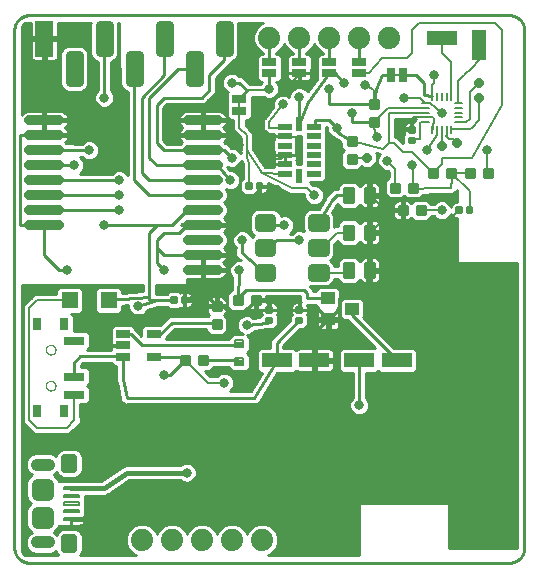
<source format=gtl>
G75*
%MOIN*%
%OFA0B0*%
%FSLAX25Y25*%
%IPPOS*%
%LPD*%
%AMOC8*
5,1,8,0,0,1.08239X$1,22.5*
%
%ADD10C,0.01000*%
%ADD11R,0.10000X0.05000*%
%ADD12C,0.01250*%
%ADD13R,0.05000X0.10000*%
%ADD14C,0.02953*%
%ADD15R,0.05500X0.05500*%
%ADD16C,0.00750*%
%ADD17C,0.03000*%
%ADD18R,0.06000X0.12000*%
%ADD19C,0.07400*%
%ADD20C,0.00875*%
%ADD21C,0.00800*%
%ADD22R,0.02500X0.05000*%
%ADD23R,0.05000X0.02500*%
%ADD24R,0.07087X0.02756*%
%ADD25R,0.02756X0.04000*%
%ADD26C,0.00000*%
%ADD27C,0.03200*%
%ADD28R,0.04500X0.04000*%
%ADD29R,0.04724X0.01969*%
%ADD30R,0.01969X0.04724*%
%ADD31C,0.00787*%
%ADD32R,0.04724X0.02717*%
%ADD33C,0.04000*%
%ADD34C,0.02756*%
%ADD35C,0.03740*%
%ADD36C,0.03169*%
%ADD37C,0.00700*%
%ADD38C,0.01600*%
%ADD39OC8,0.03169*%
%ADD40C,0.00600*%
D10*
X0008000Y0006500D02*
X0008000Y0179000D01*
X0010500Y0179027D02*
X0013500Y0179027D01*
X0013000Y0184000D02*
X0012860Y0183998D01*
X0012720Y0183992D01*
X0012580Y0183982D01*
X0012440Y0183969D01*
X0012301Y0183951D01*
X0012162Y0183929D01*
X0012025Y0183904D01*
X0011887Y0183875D01*
X0011751Y0183842D01*
X0011616Y0183805D01*
X0011482Y0183764D01*
X0011349Y0183719D01*
X0011217Y0183671D01*
X0011087Y0183619D01*
X0010958Y0183564D01*
X0010831Y0183505D01*
X0010705Y0183442D01*
X0010581Y0183376D01*
X0010460Y0183307D01*
X0010340Y0183234D01*
X0010222Y0183157D01*
X0010107Y0183078D01*
X0009993Y0182995D01*
X0009883Y0182909D01*
X0009774Y0182820D01*
X0009668Y0182728D01*
X0009565Y0182633D01*
X0009464Y0182536D01*
X0009367Y0182435D01*
X0009272Y0182332D01*
X0009180Y0182226D01*
X0009091Y0182117D01*
X0009005Y0182007D01*
X0008922Y0181893D01*
X0008843Y0181778D01*
X0008766Y0181660D01*
X0008693Y0181540D01*
X0008624Y0181419D01*
X0008558Y0181295D01*
X0008495Y0181169D01*
X0008436Y0181042D01*
X0008381Y0180913D01*
X0008329Y0180783D01*
X0008281Y0180651D01*
X0008236Y0180518D01*
X0008195Y0180384D01*
X0008158Y0180249D01*
X0008125Y0180113D01*
X0008096Y0179975D01*
X0008071Y0179838D01*
X0008049Y0179699D01*
X0008031Y0179560D01*
X0008018Y0179420D01*
X0008008Y0179280D01*
X0008002Y0179140D01*
X0008000Y0179000D01*
X0010500Y0178028D02*
X0013500Y0178028D01*
X0013500Y0177030D02*
X0010500Y0177030D01*
X0010500Y0176031D02*
X0017500Y0176031D01*
X0017500Y0175626D02*
X0017500Y0176626D01*
X0013500Y0176626D01*
X0013500Y0181500D01*
X0011859Y0181500D01*
X0011444Y0181328D01*
X0010672Y0180556D01*
X0010500Y0180141D01*
X0010500Y0150838D01*
X0010592Y0150976D01*
X0011024Y0151408D01*
X0011532Y0151747D01*
X0012096Y0151981D01*
X0012695Y0152100D01*
X0017700Y0152100D01*
X0017700Y0149300D01*
X0018300Y0149300D01*
X0018300Y0152100D01*
X0023305Y0152100D01*
X0023904Y0151981D01*
X0024468Y0151747D01*
X0024976Y0151408D01*
X0025408Y0150976D01*
X0025747Y0150468D01*
X0025981Y0149904D01*
X0026100Y0149305D01*
X0026100Y0149300D01*
X0018300Y0149300D01*
X0018300Y0148700D01*
X0026100Y0148700D01*
X0026100Y0148695D01*
X0025981Y0148096D01*
X0025747Y0147532D01*
X0025408Y0147024D01*
X0024976Y0146592D01*
X0024838Y0146500D01*
X0024976Y0146408D01*
X0025408Y0145976D01*
X0025747Y0145468D01*
X0025981Y0144904D01*
X0026100Y0144305D01*
X0026100Y0144300D01*
X0018300Y0144300D01*
X0018300Y0143700D01*
X0026100Y0143700D01*
X0026100Y0143695D01*
X0025981Y0143096D01*
X0025747Y0142532D01*
X0025408Y0142024D01*
X0025025Y0141641D01*
X0025167Y0141500D01*
X0028000Y0141500D01*
X0028000Y0141200D01*
X0030555Y0141200D01*
X0031140Y0141784D01*
X0032347Y0142284D01*
X0033653Y0142284D01*
X0034860Y0141784D01*
X0035784Y0140860D01*
X0036284Y0139653D01*
X0036284Y0138347D01*
X0035784Y0137140D01*
X0034860Y0136216D01*
X0033653Y0135716D01*
X0032347Y0135716D01*
X0031140Y0136216D01*
X0030555Y0136800D01*
X0029822Y0136800D01*
X0029860Y0136784D01*
X0030784Y0135860D01*
X0031284Y0134653D01*
X0031284Y0133347D01*
X0030784Y0132140D01*
X0029860Y0131216D01*
X0029822Y0131200D01*
X0040555Y0131200D01*
X0041140Y0131784D01*
X0042347Y0132284D01*
X0043653Y0132284D01*
X0044860Y0131784D01*
X0045784Y0130860D01*
X0045800Y0130822D01*
X0045800Y0158452D01*
X0044687Y0158913D01*
X0043787Y0159813D01*
X0043300Y0160989D01*
X0043300Y0166500D01*
X0043000Y0166500D01*
X0043000Y0181500D01*
X0042602Y0181500D01*
X0042700Y0181262D01*
X0042700Y0170989D01*
X0042213Y0169813D01*
X0041313Y0168913D01*
X0040200Y0168452D01*
X0040200Y0158945D01*
X0040784Y0158360D01*
X0041284Y0157153D01*
X0041284Y0155847D01*
X0040784Y0154640D01*
X0039860Y0153716D01*
X0038653Y0153216D01*
X0037347Y0153216D01*
X0036140Y0153716D01*
X0035216Y0154640D01*
X0034716Y0155847D01*
X0034716Y0157153D01*
X0035216Y0158360D01*
X0035800Y0158945D01*
X0035800Y0168452D01*
X0034687Y0168913D01*
X0033787Y0169813D01*
X0033300Y0170989D01*
X0033300Y0181262D01*
X0033398Y0181500D01*
X0022500Y0181500D01*
X0022500Y0176626D01*
X0018500Y0176626D01*
X0018500Y0175626D01*
X0022500Y0175626D01*
X0022500Y0169928D01*
X0022398Y0169547D01*
X0022200Y0169205D01*
X0021921Y0168926D01*
X0021579Y0168728D01*
X0021197Y0168626D01*
X0018500Y0168626D01*
X0018500Y0175626D01*
X0017500Y0175626D01*
X0013500Y0175626D01*
X0013500Y0169928D01*
X0013602Y0169547D01*
X0013800Y0169205D01*
X0014079Y0168926D01*
X0014421Y0168728D01*
X0014803Y0168626D01*
X0017500Y0168626D01*
X0017500Y0175626D01*
X0017500Y0175033D02*
X0018500Y0175033D01*
X0018500Y0176031D02*
X0033300Y0176031D01*
X0033300Y0175033D02*
X0022500Y0175033D01*
X0022500Y0174034D02*
X0033300Y0174034D01*
X0033300Y0173036D02*
X0031616Y0173036D01*
X0031313Y0173339D02*
X0030137Y0173826D01*
X0025863Y0173826D01*
X0024687Y0173339D01*
X0023787Y0172439D01*
X0023300Y0171263D01*
X0023300Y0160989D01*
X0023787Y0159813D01*
X0024687Y0158913D01*
X0025863Y0158426D01*
X0030137Y0158426D01*
X0031313Y0158913D01*
X0032213Y0159813D01*
X0032700Y0160989D01*
X0032700Y0171263D01*
X0032213Y0172439D01*
X0031313Y0173339D01*
X0032379Y0172037D02*
X0033300Y0172037D01*
X0033300Y0171039D02*
X0032700Y0171039D01*
X0032700Y0170040D02*
X0033693Y0170040D01*
X0034559Y0169041D02*
X0032700Y0169041D01*
X0032700Y0168043D02*
X0035800Y0168043D01*
X0035800Y0167044D02*
X0032700Y0167044D01*
X0032700Y0166046D02*
X0035800Y0166046D01*
X0035800Y0165047D02*
X0032700Y0165047D01*
X0032700Y0164049D02*
X0035800Y0164049D01*
X0035800Y0163050D02*
X0032700Y0163050D01*
X0032700Y0162052D02*
X0035800Y0162052D01*
X0035800Y0161053D02*
X0032700Y0161053D01*
X0032313Y0160055D02*
X0035800Y0160055D01*
X0035800Y0159056D02*
X0031456Y0159056D01*
X0035090Y0158058D02*
X0010500Y0158058D01*
X0010500Y0159056D02*
X0024544Y0159056D01*
X0023687Y0160055D02*
X0010500Y0160055D01*
X0010500Y0161053D02*
X0023300Y0161053D01*
X0023300Y0162052D02*
X0010500Y0162052D01*
X0010500Y0163050D02*
X0023300Y0163050D01*
X0023300Y0164049D02*
X0010500Y0164049D01*
X0010500Y0165047D02*
X0023300Y0165047D01*
X0023300Y0166046D02*
X0010500Y0166046D01*
X0010500Y0167044D02*
X0023300Y0167044D01*
X0023300Y0168043D02*
X0010500Y0168043D01*
X0010500Y0169041D02*
X0013963Y0169041D01*
X0013500Y0170040D02*
X0010500Y0170040D01*
X0010500Y0171039D02*
X0013500Y0171039D01*
X0013500Y0172037D02*
X0010500Y0172037D01*
X0010500Y0173036D02*
X0013500Y0173036D01*
X0013500Y0174034D02*
X0010500Y0174034D01*
X0010500Y0175033D02*
X0013500Y0175033D01*
X0017500Y0174034D02*
X0018500Y0174034D01*
X0018500Y0173036D02*
X0017500Y0173036D01*
X0017500Y0172037D02*
X0018500Y0172037D01*
X0018500Y0171039D02*
X0017500Y0171039D01*
X0017500Y0170040D02*
X0018500Y0170040D01*
X0018500Y0169041D02*
X0017500Y0169041D01*
X0022037Y0169041D02*
X0023300Y0169041D01*
X0023300Y0170040D02*
X0022500Y0170040D01*
X0022500Y0171039D02*
X0023300Y0171039D01*
X0023621Y0172037D02*
X0022500Y0172037D01*
X0022500Y0173036D02*
X0024384Y0173036D01*
X0022500Y0177030D02*
X0033300Y0177030D01*
X0033300Y0178028D02*
X0022500Y0178028D01*
X0022500Y0179027D02*
X0033300Y0179027D01*
X0033300Y0180025D02*
X0022500Y0180025D01*
X0022500Y0181024D02*
X0033300Y0181024D01*
X0038000Y0176126D02*
X0038000Y0156500D01*
X0035792Y0154064D02*
X0010500Y0154064D01*
X0010500Y0155062D02*
X0035041Y0155062D01*
X0034716Y0156061D02*
X0010500Y0156061D01*
X0010500Y0157059D02*
X0034716Y0157059D01*
X0040200Y0159056D02*
X0044544Y0159056D01*
X0043687Y0160055D02*
X0040200Y0160055D01*
X0040200Y0161053D02*
X0043300Y0161053D01*
X0043300Y0162052D02*
X0040200Y0162052D01*
X0040200Y0163050D02*
X0043300Y0163050D01*
X0043300Y0164049D02*
X0040200Y0164049D01*
X0040200Y0165047D02*
X0043300Y0165047D01*
X0043300Y0166046D02*
X0040200Y0166046D01*
X0040200Y0167044D02*
X0043000Y0167044D01*
X0043000Y0168043D02*
X0040200Y0168043D01*
X0041441Y0169041D02*
X0043000Y0169041D01*
X0043000Y0170040D02*
X0042307Y0170040D01*
X0042700Y0171039D02*
X0043000Y0171039D01*
X0043000Y0172037D02*
X0042700Y0172037D01*
X0042700Y0173036D02*
X0043000Y0173036D01*
X0043000Y0174034D02*
X0042700Y0174034D01*
X0042700Y0175033D02*
X0043000Y0175033D01*
X0043000Y0176031D02*
X0042700Y0176031D01*
X0042700Y0177030D02*
X0043000Y0177030D01*
X0043000Y0178028D02*
X0042700Y0178028D01*
X0042700Y0179027D02*
X0043000Y0179027D01*
X0043000Y0180025D02*
X0042700Y0180025D01*
X0042700Y0181024D02*
X0043000Y0181024D01*
X0048000Y0166126D02*
X0048000Y0141500D01*
X0048000Y0129000D01*
X0053000Y0124000D01*
X0070700Y0124000D01*
X0070800Y0124100D01*
X0070700Y0129000D02*
X0070800Y0129100D01*
X0070700Y0129000D02*
X0053000Y0129000D01*
X0050500Y0131500D01*
X0050500Y0134000D01*
X0050500Y0156500D01*
X0058000Y0164000D01*
X0058000Y0176126D01*
X0062626Y0166126D02*
X0053000Y0156500D01*
X0053000Y0136500D01*
X0055500Y0134000D01*
X0070700Y0134000D01*
X0070800Y0134100D01*
X0075400Y0134100D01*
X0080000Y0129000D01*
X0080000Y0132284D02*
X0079054Y0133333D01*
X0079100Y0133444D01*
X0079100Y0133525D01*
X0079847Y0133216D01*
X0081153Y0133216D01*
X0082360Y0133716D01*
X0083284Y0134640D01*
X0083629Y0135472D01*
X0083771Y0135330D01*
X0084200Y0134329D01*
X0084200Y0129488D01*
X0083300Y0128588D01*
X0083300Y0125412D01*
X0084662Y0124050D01*
X0087838Y0124050D01*
X0088227Y0124439D01*
X0088305Y0124395D01*
X0088845Y0124250D01*
X0089625Y0124250D01*
X0089625Y0126875D01*
X0089875Y0126875D01*
X0089875Y0127125D01*
X0092500Y0127125D01*
X0092500Y0127905D01*
X0092417Y0128215D01*
X0099289Y0124812D01*
X0099651Y0124450D01*
X0100020Y0124450D01*
X0100351Y0124286D01*
X0100837Y0124450D01*
X0104651Y0124450D01*
X0104716Y0124385D01*
X0104716Y0123347D01*
X0105216Y0122140D01*
X0106140Y0121216D01*
X0107347Y0120716D01*
X0108653Y0120716D01*
X0109860Y0121216D01*
X0110784Y0122140D01*
X0111284Y0123347D01*
X0111284Y0124653D01*
X0110784Y0125860D01*
X0109860Y0126784D01*
X0108653Y0127284D01*
X0107615Y0127284D01*
X0106457Y0128442D01*
X0110791Y0128442D01*
X0111787Y0129438D01*
X0111787Y0146800D01*
X0112089Y0146800D01*
X0112216Y0146673D01*
X0112216Y0145847D01*
X0112716Y0144640D01*
X0113640Y0143716D01*
X0114506Y0143357D01*
X0114561Y0143117D01*
X0115122Y0142767D01*
X0115589Y0142300D01*
X0115869Y0142300D01*
X0117050Y0141562D01*
X0117050Y0139802D01*
X0117852Y0139000D01*
X0117050Y0138198D01*
X0117050Y0133802D01*
X0118302Y0132550D01*
X0122698Y0132550D01*
X0123752Y0133604D01*
X0124140Y0133216D01*
X0126860Y0133216D01*
X0128784Y0135140D01*
X0128784Y0137860D01*
X0128706Y0137939D01*
X0129787Y0137682D01*
X0129466Y0137360D01*
X0128966Y0136153D01*
X0128966Y0134847D01*
X0129466Y0133640D01*
X0130390Y0132716D01*
X0131597Y0132216D01*
X0132564Y0132216D01*
X0132900Y0131880D01*
X0132900Y0129950D01*
X0132802Y0129950D01*
X0131550Y0128698D01*
X0131550Y0124302D01*
X0132802Y0123050D01*
X0137198Y0123050D01*
X0138000Y0123852D01*
X0138802Y0123050D01*
X0143198Y0123050D01*
X0144331Y0124183D01*
X0148073Y0124450D01*
X0153407Y0124450D01*
X0154160Y0124382D01*
X0154242Y0124450D01*
X0154349Y0124450D01*
X0154884Y0124985D01*
X0155465Y0125469D01*
X0155474Y0125575D01*
X0155500Y0125601D01*
X0155500Y0121750D01*
X0155345Y0121750D01*
X0154805Y0121605D01*
X0154320Y0121325D01*
X0153925Y0120930D01*
X0153645Y0120445D01*
X0153571Y0120169D01*
X0153284Y0120860D01*
X0152360Y0121784D01*
X0151153Y0122284D01*
X0149847Y0122284D01*
X0148640Y0121784D01*
X0147905Y0121050D01*
X0146950Y0121050D01*
X0146950Y0121198D01*
X0145698Y0122450D01*
X0141302Y0122450D01*
X0140359Y0121506D01*
X0140002Y0121863D01*
X0139560Y0122118D01*
X0139068Y0122250D01*
X0137875Y0122250D01*
X0137875Y0119375D01*
X0137125Y0119375D01*
X0137125Y0122250D01*
X0135932Y0122250D01*
X0135440Y0122118D01*
X0134998Y0121863D01*
X0134637Y0121502D01*
X0134382Y0121060D01*
X0134250Y0120568D01*
X0134250Y0119375D01*
X0137125Y0119375D01*
X0137125Y0118625D01*
X0137875Y0118625D01*
X0137875Y0115750D01*
X0139068Y0115750D01*
X0139560Y0115882D01*
X0140002Y0116137D01*
X0140359Y0116494D01*
X0141302Y0115550D01*
X0145698Y0115550D01*
X0146950Y0116802D01*
X0146950Y0116950D01*
X0147905Y0116950D01*
X0148640Y0116216D01*
X0149847Y0115716D01*
X0151153Y0115716D01*
X0152360Y0116216D01*
X0153284Y0117140D01*
X0153571Y0117831D01*
X0153645Y0117555D01*
X0153925Y0117070D01*
X0154320Y0116675D01*
X0154805Y0116395D01*
X0155345Y0116250D01*
X0155500Y0116250D01*
X0155500Y0101500D01*
X0175500Y0101500D01*
X0175500Y0006500D01*
X0153000Y0006500D01*
X0153000Y0021500D01*
X0123000Y0021500D01*
X0123000Y0004000D01*
X0092540Y0004000D01*
X0093559Y0004422D01*
X0095078Y0005941D01*
X0095900Y0007926D01*
X0095900Y0010074D01*
X0095078Y0012059D01*
X0093559Y0013578D01*
X0091574Y0014400D01*
X0089426Y0014400D01*
X0087441Y0013578D01*
X0085922Y0012059D01*
X0085500Y0011040D01*
X0085078Y0012059D01*
X0083559Y0013578D01*
X0081574Y0014400D01*
X0079426Y0014400D01*
X0077441Y0013578D01*
X0075922Y0012059D01*
X0075500Y0011040D01*
X0075078Y0012059D01*
X0073559Y0013578D01*
X0071574Y0014400D01*
X0069426Y0014400D01*
X0067441Y0013578D01*
X0065922Y0012059D01*
X0065500Y0011040D01*
X0065078Y0012059D01*
X0063559Y0013578D01*
X0061574Y0014400D01*
X0059426Y0014400D01*
X0057441Y0013578D01*
X0055922Y0012059D01*
X0055500Y0011040D01*
X0055078Y0012059D01*
X0053559Y0013578D01*
X0051574Y0014400D01*
X0049426Y0014400D01*
X0047441Y0013578D01*
X0045922Y0012059D01*
X0045100Y0010074D01*
X0045100Y0007926D01*
X0045922Y0005941D01*
X0047441Y0004422D01*
X0048460Y0004000D01*
X0029957Y0004000D01*
X0030306Y0004349D01*
X0030775Y0005480D01*
X0030775Y0010248D01*
X0030306Y0011379D01*
X0029440Y0012245D01*
X0028309Y0012714D01*
X0024329Y0012714D01*
X0023197Y0012245D01*
X0022332Y0011379D01*
X0022111Y0010848D01*
X0021564Y0011395D01*
X0021180Y0011554D01*
X0021361Y0011629D01*
X0022365Y0012633D01*
X0022784Y0013644D01*
X0023980Y0013644D01*
X0024186Y0013850D01*
X0024207Y0013844D01*
X0027016Y0013844D01*
X0029824Y0013844D01*
X0030306Y0013974D01*
X0030738Y0014223D01*
X0031090Y0014575D01*
X0031339Y0015007D01*
X0031468Y0015489D01*
X0031468Y0016132D01*
X0031468Y0016775D01*
X0031372Y0017134D01*
X0031668Y0017430D01*
X0031668Y0019952D01*
X0031650Y0019970D01*
X0031668Y0019989D01*
X0031668Y0022511D01*
X0031650Y0022530D01*
X0031668Y0022548D01*
X0031668Y0023868D01*
X0038365Y0023868D01*
X0039284Y0024249D01*
X0039593Y0024557D01*
X0046257Y0029000D01*
X0063355Y0029000D01*
X0063640Y0028716D01*
X0064847Y0028216D01*
X0066153Y0028216D01*
X0067360Y0028716D01*
X0068284Y0029640D01*
X0068784Y0030847D01*
X0068784Y0032153D01*
X0068284Y0033360D01*
X0067360Y0034284D01*
X0066153Y0034784D01*
X0064847Y0034784D01*
X0063640Y0034284D01*
X0063355Y0034000D01*
X0045748Y0034000D01*
X0045503Y0034049D01*
X0045255Y0034000D01*
X0045003Y0034000D01*
X0044772Y0033904D01*
X0044527Y0033856D01*
X0044317Y0033716D01*
X0044084Y0033619D01*
X0043907Y0033443D01*
X0037045Y0028868D01*
X0026518Y0028868D01*
X0026488Y0028855D01*
X0022784Y0028855D01*
X0022365Y0029867D01*
X0021361Y0030871D01*
X0021180Y0030946D01*
X0021564Y0031105D01*
X0022111Y0031652D01*
X0022332Y0031121D01*
X0023197Y0030255D01*
X0024329Y0029786D01*
X0028309Y0029786D01*
X0029440Y0030255D01*
X0030306Y0031121D01*
X0030775Y0032252D01*
X0030775Y0037020D01*
X0030306Y0038151D01*
X0029440Y0039017D01*
X0028309Y0039485D01*
X0024329Y0039485D01*
X0023197Y0039017D01*
X0022332Y0038151D01*
X0021881Y0037062D01*
X0021564Y0037379D01*
X0020204Y0037942D01*
X0014733Y0037942D01*
X0013373Y0037379D01*
X0012332Y0036338D01*
X0011769Y0034978D01*
X0011769Y0033506D01*
X0012332Y0032146D01*
X0013373Y0031105D01*
X0013757Y0030946D01*
X0013576Y0030871D01*
X0012572Y0029867D01*
X0012028Y0028555D01*
X0012028Y0023394D01*
X0012572Y0022082D01*
X0013404Y0021250D01*
X0012572Y0020418D01*
X0012028Y0019106D01*
X0012028Y0013945D01*
X0012572Y0012633D01*
X0013576Y0011629D01*
X0013757Y0011554D01*
X0013373Y0011395D01*
X0012332Y0010354D01*
X0011769Y0008994D01*
X0011769Y0007522D01*
X0012332Y0006162D01*
X0013373Y0005121D01*
X0014733Y0004558D01*
X0020204Y0004558D01*
X0021564Y0005121D01*
X0021881Y0005437D01*
X0022332Y0004349D01*
X0022681Y0004000D01*
X0011859Y0004000D01*
X0011444Y0004172D01*
X0010672Y0004944D01*
X0010500Y0005359D01*
X0010500Y0094000D01*
X0050800Y0094000D01*
X0050800Y0092043D01*
X0043950Y0091536D01*
X0043950Y0092454D01*
X0042954Y0093450D01*
X0036046Y0093450D01*
X0035050Y0092454D01*
X0035050Y0085546D01*
X0036046Y0084550D01*
X0042954Y0084550D01*
X0043950Y0085546D01*
X0043950Y0087124D01*
X0045966Y0087273D01*
X0045966Y0086347D01*
X0046466Y0085140D01*
X0047390Y0084216D01*
X0048597Y0083716D01*
X0049903Y0083716D01*
X0051110Y0084216D01*
X0052034Y0085140D01*
X0052245Y0085649D01*
X0055843Y0086800D01*
X0058912Y0086800D01*
X0059662Y0086050D01*
X0062838Y0086050D01*
X0063227Y0086439D01*
X0063305Y0086395D01*
X0063845Y0086250D01*
X0064625Y0086250D01*
X0064625Y0088875D01*
X0064875Y0088875D01*
X0064875Y0089125D01*
X0064625Y0089125D01*
X0064625Y0091750D01*
X0063845Y0091750D01*
X0063305Y0091605D01*
X0063227Y0091561D01*
X0062838Y0091950D01*
X0059662Y0091950D01*
X0058912Y0091200D01*
X0056033Y0091200D01*
X0055697Y0091373D01*
X0055200Y0091214D01*
X0055200Y0094000D01*
X0065500Y0094000D01*
X0065500Y0096000D01*
X0070500Y0096000D01*
X0070500Y0098800D01*
X0071100Y0098800D01*
X0071100Y0099400D01*
X0078900Y0099400D01*
X0078900Y0099405D01*
X0078781Y0100004D01*
X0078547Y0100568D01*
X0078208Y0101076D01*
X0077776Y0101508D01*
X0077638Y0101600D01*
X0077776Y0101692D01*
X0078208Y0102124D01*
X0078547Y0102632D01*
X0078781Y0103196D01*
X0078900Y0103795D01*
X0078900Y0103800D01*
X0071100Y0103800D01*
X0071100Y0104400D01*
X0078900Y0104400D01*
X0078900Y0104405D01*
X0078781Y0105004D01*
X0078547Y0105568D01*
X0078208Y0106076D01*
X0077825Y0106459D01*
X0078598Y0107231D01*
X0079100Y0108444D01*
X0079100Y0109756D01*
X0078598Y0110969D01*
X0077825Y0111741D01*
X0078208Y0112124D01*
X0078547Y0112632D01*
X0078781Y0113196D01*
X0078900Y0113795D01*
X0078900Y0113800D01*
X0071100Y0113800D01*
X0071100Y0114400D01*
X0078900Y0114400D01*
X0078900Y0114405D01*
X0078781Y0115004D01*
X0078547Y0115568D01*
X0078208Y0116076D01*
X0077825Y0116459D01*
X0078598Y0117231D01*
X0079100Y0118444D01*
X0079100Y0119756D01*
X0078598Y0120969D01*
X0077967Y0121600D01*
X0078598Y0122231D01*
X0079100Y0123444D01*
X0079100Y0124756D01*
X0078598Y0125969D01*
X0078501Y0126066D01*
X0079347Y0125716D01*
X0080653Y0125716D01*
X0081860Y0126216D01*
X0082784Y0127140D01*
X0083284Y0128347D01*
X0083284Y0129653D01*
X0082784Y0130860D01*
X0081860Y0131784D01*
X0080653Y0132284D01*
X0080000Y0132284D01*
X0079269Y0133095D02*
X0084200Y0133095D01*
X0084200Y0132097D02*
X0081106Y0132097D01*
X0082547Y0131098D02*
X0084200Y0131098D01*
X0084200Y0130100D02*
X0083099Y0130100D01*
X0083284Y0129101D02*
X0083813Y0129101D01*
X0083300Y0128103D02*
X0083183Y0128103D01*
X0083300Y0127104D02*
X0082749Y0127104D01*
X0083300Y0126105D02*
X0081594Y0126105D01*
X0083605Y0125107D02*
X0078955Y0125107D01*
X0079100Y0124108D02*
X0084603Y0124108D01*
X0087897Y0124108D02*
X0104716Y0124108D01*
X0104814Y0123110D02*
X0078962Y0123110D01*
X0078478Y0122111D02*
X0105244Y0122111D01*
X0106388Y0121113D02*
X0078454Y0121113D01*
X0078952Y0120114D02*
X0109950Y0120114D01*
X0109542Y0119420D02*
X0111568Y0122866D01*
X0111568Y0123179D01*
X0112014Y0123625D01*
X0112333Y0124168D01*
X0112635Y0124247D01*
X0113300Y0124911D01*
X0113300Y0124911D01*
X0114589Y0126200D01*
X0115800Y0126200D01*
X0115800Y0127161D01*
X0117089Y0128450D01*
X0121911Y0128450D01*
X0123200Y0127161D01*
X0123200Y0127132D01*
X0123400Y0127478D01*
X0123772Y0127850D01*
X0124228Y0128114D01*
X0124737Y0128250D01*
X0126000Y0128250D01*
X0126000Y0124500D01*
X0127000Y0124500D01*
X0127000Y0128250D01*
X0128263Y0128250D01*
X0128772Y0128114D01*
X0129228Y0127850D01*
X0129600Y0127478D01*
X0129864Y0127022D01*
X0130000Y0126513D01*
X0130000Y0124500D01*
X0127000Y0124500D01*
X0127000Y0123500D01*
X0130000Y0123500D01*
X0130000Y0121487D01*
X0129864Y0120978D01*
X0129600Y0120522D01*
X0129228Y0120150D01*
X0128772Y0119886D01*
X0128263Y0119750D01*
X0127000Y0119750D01*
X0127000Y0123500D01*
X0126000Y0123500D01*
X0126000Y0119750D01*
X0124737Y0119750D01*
X0124228Y0119886D01*
X0123772Y0120150D01*
X0123400Y0120522D01*
X0123200Y0120868D01*
X0123200Y0120839D01*
X0121911Y0119550D01*
X0117089Y0119550D01*
X0115800Y0120839D01*
X0115800Y0121189D01*
X0115522Y0120911D01*
X0113940Y0118221D01*
X0114118Y0118043D01*
X0114602Y0116876D01*
X0114602Y0113571D01*
X0114630Y0113600D01*
X0115800Y0113600D01*
X0115800Y0114661D01*
X0117089Y0115950D01*
X0121911Y0115950D01*
X0123200Y0114661D01*
X0123200Y0114632D01*
X0123400Y0114978D01*
X0123772Y0115350D01*
X0124228Y0115614D01*
X0124737Y0115750D01*
X0126000Y0115750D01*
X0126000Y0112000D01*
X0127000Y0112000D01*
X0130000Y0112000D01*
X0130000Y0114013D01*
X0129864Y0114522D01*
X0129600Y0114978D01*
X0129228Y0115350D01*
X0128772Y0115614D01*
X0128263Y0115750D01*
X0127000Y0115750D01*
X0127000Y0112000D01*
X0127000Y0111000D01*
X0130000Y0111000D01*
X0130000Y0108987D01*
X0129864Y0108478D01*
X0129600Y0108022D01*
X0129228Y0107650D01*
X0128772Y0107386D01*
X0128263Y0107250D01*
X0127000Y0107250D01*
X0127000Y0111000D01*
X0126000Y0111000D01*
X0126000Y0107250D01*
X0124737Y0107250D01*
X0124228Y0107386D01*
X0123772Y0107650D01*
X0123400Y0108022D01*
X0123200Y0108368D01*
X0123200Y0108339D01*
X0121911Y0107050D01*
X0117089Y0107050D01*
X0115800Y0108339D01*
X0115800Y0108830D01*
X0114602Y0107632D01*
X0114602Y0104392D01*
X0114118Y0103224D01*
X0113260Y0102366D01*
X0114118Y0101508D01*
X0114602Y0100340D01*
X0114602Y0100332D01*
X0115800Y0100332D01*
X0115800Y0102161D01*
X0117089Y0103450D01*
X0121911Y0103450D01*
X0123200Y0102161D01*
X0123200Y0102132D01*
X0123400Y0102478D01*
X0123772Y0102850D01*
X0124228Y0103114D01*
X0124737Y0103250D01*
X0126000Y0103250D01*
X0126000Y0099500D01*
X0127000Y0099500D01*
X0127000Y0103250D01*
X0128263Y0103250D01*
X0128772Y0103114D01*
X0129228Y0102850D01*
X0129600Y0102478D01*
X0129864Y0102022D01*
X0130000Y0101513D01*
X0130000Y0099500D01*
X0127000Y0099500D01*
X0127000Y0098500D01*
X0130000Y0098500D01*
X0130000Y0096487D01*
X0129864Y0095978D01*
X0129600Y0095522D01*
X0129228Y0095150D01*
X0128772Y0094886D01*
X0128263Y0094750D01*
X0127000Y0094750D01*
X0127000Y0098500D01*
X0126000Y0098500D01*
X0126000Y0094750D01*
X0124737Y0094750D01*
X0124228Y0094886D01*
X0123772Y0095150D01*
X0123400Y0095522D01*
X0123200Y0095868D01*
X0123200Y0095839D01*
X0121911Y0094550D01*
X0117089Y0094550D01*
X0115800Y0095839D01*
X0115800Y0096132D01*
X0114602Y0096132D01*
X0114602Y0096124D01*
X0114118Y0094957D01*
X0113224Y0094063D01*
X0112057Y0093580D01*
X0106660Y0093580D01*
X0106441Y0093670D01*
X0107700Y0092411D01*
X0107700Y0091950D01*
X0108613Y0091950D01*
X0108613Y0092330D01*
X0109609Y0093326D01*
X0115517Y0093326D01*
X0116513Y0092330D01*
X0116513Y0086922D01*
X0115533Y0085942D01*
X0115734Y0085826D01*
X0116013Y0085547D01*
X0116211Y0085205D01*
X0116313Y0084823D01*
X0116313Y0083126D01*
X0113063Y0083126D01*
X0113063Y0082126D01*
X0116313Y0082126D01*
X0116313Y0080428D01*
X0116211Y0080047D01*
X0116013Y0079705D01*
X0115734Y0079426D01*
X0115392Y0079228D01*
X0115010Y0079126D01*
X0113063Y0079126D01*
X0113063Y0082126D01*
X0112063Y0082126D01*
X0112063Y0079126D01*
X0110116Y0079126D01*
X0109734Y0079228D01*
X0109392Y0079426D01*
X0109113Y0079705D01*
X0108915Y0080047D01*
X0108813Y0080428D01*
X0108813Y0082126D01*
X0112063Y0082126D01*
X0112063Y0083126D01*
X0108813Y0083126D01*
X0108813Y0084823D01*
X0108915Y0085205D01*
X0109113Y0085547D01*
X0109392Y0085826D01*
X0109593Y0085942D01*
X0108613Y0086922D01*
X0108613Y0087550D01*
X0105400Y0087550D01*
X0105605Y0087195D01*
X0105750Y0086655D01*
X0105750Y0085875D01*
X0103125Y0085875D01*
X0103125Y0085625D01*
X0105750Y0085625D01*
X0105750Y0084845D01*
X0105605Y0084305D01*
X0105561Y0084227D01*
X0105950Y0083838D01*
X0105950Y0080662D01*
X0104588Y0079300D01*
X0103161Y0079300D01*
X0097700Y0073839D01*
X0097700Y0073200D01*
X0101204Y0073200D01*
X0101891Y0072513D01*
X0102079Y0072700D01*
X0102421Y0072898D01*
X0102803Y0073000D01*
X0107500Y0073000D01*
X0107500Y0069500D01*
X0108500Y0069500D01*
X0108500Y0073000D01*
X0113197Y0073000D01*
X0113579Y0072898D01*
X0113921Y0072700D01*
X0114200Y0072421D01*
X0114398Y0072079D01*
X0114500Y0071697D01*
X0114500Y0069500D01*
X0108500Y0069500D01*
X0108500Y0068500D01*
X0114500Y0068500D01*
X0114500Y0066303D01*
X0114398Y0065921D01*
X0114200Y0065579D01*
X0113921Y0065300D01*
X0113579Y0065102D01*
X0113197Y0065000D01*
X0108500Y0065000D01*
X0108500Y0068500D01*
X0107500Y0068500D01*
X0107500Y0065000D01*
X0102803Y0065000D01*
X0102421Y0065102D01*
X0102079Y0065300D01*
X0101891Y0065487D01*
X0101204Y0064800D01*
X0095546Y0064800D01*
X0090200Y0055891D01*
X0090200Y0055589D01*
X0089747Y0055136D01*
X0089418Y0054587D01*
X0089125Y0054513D01*
X0088911Y0054300D01*
X0088271Y0054300D01*
X0087650Y0054145D01*
X0087391Y0054300D01*
X0045725Y0054300D01*
X0045052Y0054161D01*
X0044841Y0054300D01*
X0044589Y0054300D01*
X0044103Y0054786D01*
X0043529Y0055163D01*
X0043478Y0055410D01*
X0043300Y0055589D01*
X0043300Y0056275D01*
X0042179Y0061710D01*
X0042000Y0061888D01*
X0042000Y0062575D01*
X0041862Y0063248D01*
X0042000Y0063458D01*
X0042000Y0067182D01*
X0041134Y0067182D01*
X0040266Y0068050D01*
X0030911Y0068050D01*
X0030113Y0067252D01*
X0030113Y0066578D01*
X0032161Y0066578D01*
X0033157Y0065582D01*
X0033157Y0061418D01*
X0032239Y0060500D01*
X0033157Y0059582D01*
X0033157Y0055418D01*
X0032161Y0054422D01*
X0030013Y0054422D01*
X0030013Y0049956D01*
X0030100Y0049870D01*
X0030100Y0048130D01*
X0027600Y0045630D01*
X0026370Y0044400D01*
X0014630Y0044400D01*
X0012130Y0046900D01*
X0010900Y0048130D01*
X0010900Y0087370D01*
X0013400Y0089870D01*
X0014630Y0091100D01*
X0022050Y0091100D01*
X0022050Y0092454D01*
X0023046Y0093450D01*
X0029954Y0093450D01*
X0030950Y0092454D01*
X0030950Y0085546D01*
X0029954Y0084550D01*
X0026886Y0084550D01*
X0027731Y0083704D01*
X0027731Y0078578D01*
X0032161Y0078578D01*
X0033157Y0077582D01*
X0033157Y0073418D01*
X0032189Y0072450D01*
X0040286Y0072450D01*
X0040338Y0072503D01*
X0040338Y0073801D01*
X0044021Y0073801D01*
X0044021Y0074159D01*
X0040338Y0074159D01*
X0040338Y0075458D01*
X0040138Y0075658D01*
X0040138Y0079783D01*
X0041134Y0080779D01*
X0047267Y0080779D01*
X0048263Y0079783D01*
X0048263Y0079349D01*
X0050375Y0077236D01*
X0050375Y0079783D01*
X0051371Y0080779D01*
X0056667Y0080779D01*
X0058300Y0082411D01*
X0059589Y0083700D01*
X0072552Y0083700D01*
X0072994Y0084141D01*
X0072637Y0084498D01*
X0072382Y0084940D01*
X0072250Y0085432D01*
X0072250Y0086625D01*
X0075125Y0086625D01*
X0075125Y0087375D01*
X0075125Y0090250D01*
X0073932Y0090250D01*
X0073440Y0090118D01*
X0072998Y0089863D01*
X0072637Y0089502D01*
X0072382Y0089060D01*
X0072250Y0088568D01*
X0072250Y0087375D01*
X0075125Y0087375D01*
X0075875Y0087375D01*
X0075875Y0090250D01*
X0077068Y0090250D01*
X0077560Y0090118D01*
X0078002Y0089863D01*
X0078363Y0089502D01*
X0078618Y0089060D01*
X0078750Y0088568D01*
X0078750Y0087375D01*
X0075875Y0087375D01*
X0075875Y0086625D01*
X0078750Y0086625D01*
X0078750Y0085432D01*
X0078618Y0084940D01*
X0078363Y0084498D01*
X0078006Y0084141D01*
X0078950Y0083198D01*
X0078950Y0078802D01*
X0077698Y0077550D01*
X0073302Y0077550D01*
X0072050Y0078802D01*
X0072050Y0079300D01*
X0061411Y0079300D01*
X0058500Y0076388D01*
X0058500Y0076200D01*
X0079550Y0076200D01*
X0079550Y0076484D01*
X0080766Y0077700D01*
X0084281Y0077700D01*
X0083640Y0077966D01*
X0082716Y0078890D01*
X0082216Y0080097D01*
X0082216Y0081403D01*
X0082716Y0082610D01*
X0083640Y0083534D01*
X0084847Y0084034D01*
X0086153Y0084034D01*
X0087360Y0083534D01*
X0087688Y0083207D01*
X0090050Y0083469D01*
X0090050Y0083838D01*
X0090439Y0084227D01*
X0090395Y0084305D01*
X0090250Y0084845D01*
X0090250Y0085625D01*
X0092875Y0085625D01*
X0092875Y0085875D01*
X0092875Y0088500D01*
X0092095Y0088500D01*
X0091750Y0088407D01*
X0091750Y0088625D01*
X0088875Y0088625D01*
X0088875Y0089375D01*
X0091750Y0089375D01*
X0091750Y0090300D01*
X0103300Y0090300D01*
X0103300Y0088839D01*
X0103639Y0088500D01*
X0103125Y0088500D01*
X0103125Y0085875D01*
X0102875Y0085875D01*
X0102875Y0088500D01*
X0102095Y0088500D01*
X0101555Y0088355D01*
X0101070Y0088075D01*
X0100675Y0087680D01*
X0100395Y0087195D01*
X0100250Y0086655D01*
X0100250Y0085875D01*
X0102875Y0085875D01*
X0102875Y0085625D01*
X0100250Y0085625D01*
X0100250Y0084845D01*
X0100395Y0084305D01*
X0100439Y0084227D01*
X0100050Y0083838D01*
X0100050Y0082411D01*
X0093300Y0075661D01*
X0093300Y0073839D01*
X0093300Y0073200D01*
X0089796Y0073200D01*
X0088800Y0072204D01*
X0088800Y0065796D01*
X0089796Y0064800D01*
X0090414Y0064800D01*
X0086754Y0058700D01*
X0079822Y0058700D01*
X0079860Y0058716D01*
X0080784Y0059640D01*
X0081284Y0060847D01*
X0081284Y0062153D01*
X0080784Y0063360D01*
X0079860Y0064284D01*
X0078653Y0064784D01*
X0077347Y0064784D01*
X0076140Y0064284D01*
X0075455Y0063600D01*
X0073370Y0063600D01*
X0071420Y0065550D01*
X0073198Y0065550D01*
X0074448Y0066800D01*
X0079550Y0066800D01*
X0079550Y0066516D01*
X0080766Y0065300D01*
X0085234Y0065300D01*
X0086450Y0066516D01*
X0086450Y0070484D01*
X0085434Y0071500D01*
X0086450Y0072516D01*
X0086450Y0076484D01*
X0085469Y0077466D01*
X0086153Y0077466D01*
X0087360Y0077966D01*
X0088235Y0078840D01*
X0092372Y0079300D01*
X0094588Y0079300D01*
X0095950Y0080662D01*
X0095950Y0083838D01*
X0095561Y0084227D01*
X0095605Y0084305D01*
X0095750Y0084845D01*
X0095750Y0085625D01*
X0093125Y0085625D01*
X0093125Y0085875D01*
X0092875Y0085875D01*
X0090534Y0085875D01*
X0090068Y0085750D01*
X0088875Y0085750D01*
X0088875Y0088625D01*
X0088125Y0088625D01*
X0088125Y0085750D01*
X0086932Y0085750D01*
X0086440Y0085882D01*
X0085998Y0086137D01*
X0085641Y0086494D01*
X0084698Y0085550D01*
X0080302Y0085550D01*
X0079050Y0086802D01*
X0079050Y0091198D01*
X0080302Y0092450D01*
X0080479Y0092450D01*
X0080700Y0096655D01*
X0080216Y0097140D01*
X0079716Y0098347D01*
X0079716Y0099653D01*
X0080216Y0100860D01*
X0081140Y0101784D01*
X0082347Y0102284D01*
X0083390Y0102284D01*
X0083045Y0102574D01*
X0082898Y0102578D01*
X0082361Y0103147D01*
X0081762Y0103650D01*
X0081749Y0103797D01*
X0081648Y0103904D01*
X0081671Y0104686D01*
X0081603Y0105466D01*
X0081698Y0105579D01*
X0081729Y0106627D01*
X0081216Y0107140D01*
X0080716Y0108347D01*
X0080716Y0109653D01*
X0081216Y0110860D01*
X0082140Y0111784D01*
X0083347Y0112284D01*
X0084653Y0112284D01*
X0085860Y0111784D01*
X0086784Y0110860D01*
X0087131Y0110024D01*
X0087740Y0110634D01*
X0086882Y0111492D01*
X0086398Y0112660D01*
X0086398Y0116876D01*
X0086882Y0118043D01*
X0087776Y0118937D01*
X0088943Y0119420D01*
X0094340Y0119420D01*
X0095508Y0118937D01*
X0096401Y0118043D01*
X0096808Y0117061D01*
X0097347Y0117284D01*
X0098653Y0117284D01*
X0099860Y0116784D01*
X0100784Y0115860D01*
X0101284Y0114653D01*
X0101284Y0113347D01*
X0100784Y0112140D01*
X0099860Y0111216D01*
X0099822Y0111200D01*
X0100555Y0111200D01*
X0101140Y0111784D01*
X0102347Y0112284D01*
X0103653Y0112284D01*
X0104398Y0111976D01*
X0104115Y0112660D01*
X0104115Y0116876D01*
X0104599Y0118043D01*
X0105492Y0118937D01*
X0106660Y0119420D01*
X0109542Y0119420D01*
X0109612Y0121113D02*
X0110537Y0121113D01*
X0110756Y0122111D02*
X0111124Y0122111D01*
X0111186Y0123110D02*
X0111568Y0123110D01*
X0111284Y0124108D02*
X0112298Y0124108D01*
X0113496Y0125107D02*
X0111096Y0125107D01*
X0110539Y0126105D02*
X0114494Y0126105D01*
X0115800Y0127104D02*
X0109088Y0127104D01*
X0106797Y0128103D02*
X0116741Y0128103D01*
X0115500Y0124000D02*
X0119500Y0124000D01*
X0121000Y0121750D02*
X0118000Y0121750D01*
X0118000Y0126250D01*
X0121000Y0126250D01*
X0121000Y0121750D01*
X0121000Y0122749D02*
X0118000Y0122749D01*
X0118000Y0123748D02*
X0121000Y0123748D01*
X0121000Y0124747D02*
X0118000Y0124747D01*
X0118000Y0125746D02*
X0121000Y0125746D01*
X0122259Y0128103D02*
X0124209Y0128103D01*
X0126000Y0128103D02*
X0127000Y0128103D01*
X0127000Y0127104D02*
X0126000Y0127104D01*
X0126000Y0126105D02*
X0127000Y0126105D01*
X0127000Y0125107D02*
X0126000Y0125107D01*
X0125000Y0121750D02*
X0128000Y0121750D01*
X0125000Y0121750D02*
X0125000Y0126250D01*
X0128000Y0126250D01*
X0128000Y0121750D01*
X0128000Y0122749D02*
X0125000Y0122749D01*
X0125000Y0123748D02*
X0128000Y0123748D01*
X0128000Y0124747D02*
X0125000Y0124747D01*
X0125000Y0125746D02*
X0128000Y0125746D01*
X0127000Y0124108D02*
X0131744Y0124108D01*
X0131550Y0125107D02*
X0130000Y0125107D01*
X0130000Y0126105D02*
X0131550Y0126105D01*
X0131550Y0127104D02*
X0129816Y0127104D01*
X0128791Y0128103D02*
X0131550Y0128103D01*
X0131953Y0129101D02*
X0111450Y0129101D01*
X0111787Y0130100D02*
X0132900Y0130100D01*
X0132900Y0131098D02*
X0111787Y0131098D01*
X0111787Y0132097D02*
X0132684Y0132097D01*
X0130010Y0133095D02*
X0123243Y0133095D01*
X0127738Y0134094D02*
X0129278Y0134094D01*
X0128966Y0135092D02*
X0128737Y0135092D01*
X0128784Y0136091D02*
X0128966Y0136091D01*
X0128784Y0137089D02*
X0129353Y0137089D01*
X0135050Y0143550D02*
X0135050Y0149450D01*
X0141872Y0149450D01*
X0141500Y0149078D01*
X0141250Y0148828D01*
X0141250Y0148500D01*
X0140625Y0148500D01*
X0140625Y0145875D01*
X0140375Y0145875D01*
X0140375Y0148500D01*
X0139595Y0148500D01*
X0139055Y0148355D01*
X0138570Y0148075D01*
X0138175Y0147680D01*
X0137895Y0147195D01*
X0137750Y0146655D01*
X0137750Y0145875D01*
X0140375Y0145875D01*
X0140375Y0145625D01*
X0137750Y0145625D01*
X0137750Y0144845D01*
X0137895Y0144305D01*
X0137939Y0144227D01*
X0137550Y0143838D01*
X0137550Y0141349D01*
X0135349Y0143550D01*
X0135050Y0143550D01*
X0135050Y0144079D02*
X0137791Y0144079D01*
X0137750Y0145077D02*
X0135050Y0145077D01*
X0135050Y0146076D02*
X0137750Y0146076D01*
X0137862Y0147074D02*
X0135050Y0147074D01*
X0135050Y0148073D02*
X0138568Y0148073D01*
X0140375Y0148073D02*
X0140625Y0148073D01*
X0140625Y0147074D02*
X0140375Y0147074D01*
X0140375Y0146076D02*
X0140625Y0146076D01*
X0141493Y0149071D02*
X0135050Y0149071D01*
X0135819Y0143080D02*
X0137550Y0143080D01*
X0137550Y0142082D02*
X0136817Y0142082D01*
X0141500Y0149078D02*
X0141500Y0149078D01*
X0144500Y0157362D02*
X0147350Y0157012D01*
X0144500Y0157362D02*
X0144500Y0161500D01*
X0142000Y0164000D01*
X0140500Y0164000D01*
X0137500Y0164000D01*
X0133500Y0164000D02*
X0130500Y0164000D01*
X0128500Y0159500D01*
X0128000Y0154500D01*
X0113000Y0154500D01*
X0113000Y0159500D01*
X0108812Y0162762D02*
X0105762Y0158633D01*
X0104860Y0159534D01*
X0103653Y0160034D01*
X0102347Y0160034D01*
X0101140Y0159534D01*
X0100216Y0158610D01*
X0099716Y0157403D01*
X0099716Y0156679D01*
X0099360Y0157034D01*
X0098153Y0157534D01*
X0096847Y0157534D01*
X0095640Y0157034D01*
X0094716Y0156110D01*
X0094216Y0154903D01*
X0094216Y0153597D01*
X0094275Y0153455D01*
X0091462Y0149861D01*
X0090950Y0149349D01*
X0090950Y0149207D01*
X0090862Y0149095D01*
X0090950Y0148375D01*
X0090950Y0145651D01*
X0092151Y0144450D01*
X0094413Y0144450D01*
X0094413Y0143724D01*
X0094413Y0142543D01*
X0094430Y0142480D01*
X0094213Y0142263D01*
X0094213Y0138886D01*
X0094430Y0138670D01*
X0094413Y0138607D01*
X0094413Y0137425D01*
X0094413Y0136243D01*
X0094516Y0135862D01*
X0094522Y0135850D01*
X0094516Y0135839D01*
X0094413Y0135457D01*
X0094413Y0134276D01*
X0098275Y0134276D01*
X0098276Y0134276D02*
X0098276Y0136760D01*
X0098276Y0137425D01*
X0098276Y0137425D01*
X0102138Y0137425D01*
X0102138Y0136243D01*
X0102036Y0135862D01*
X0102029Y0135850D01*
X0102036Y0135839D01*
X0102138Y0135457D01*
X0102138Y0134401D01*
X0103662Y0134401D01*
X0103662Y0143599D01*
X0102138Y0143599D01*
X0102138Y0142543D01*
X0102121Y0142480D01*
X0102338Y0142263D01*
X0102338Y0138886D01*
X0102121Y0138670D01*
X0102138Y0138607D01*
X0102138Y0137425D01*
X0098276Y0137425D01*
X0098276Y0134276D01*
X0098276Y0134276D01*
X0098275Y0134276D02*
X0098275Y0134276D01*
X0094413Y0134276D01*
X0094413Y0133362D01*
X0091545Y0133498D01*
X0087600Y0139534D01*
X0087600Y0144870D01*
X0086370Y0146100D01*
X0085100Y0147370D01*
X0085100Y0149050D01*
X0086204Y0149050D01*
X0087200Y0150046D01*
X0087200Y0153954D01*
X0087154Y0154000D01*
X0087200Y0154046D01*
X0087200Y0156900D01*
X0090955Y0156900D01*
X0091140Y0156716D01*
X0092347Y0156216D01*
X0093653Y0156216D01*
X0094860Y0156716D01*
X0095784Y0157640D01*
X0096284Y0158847D01*
X0096284Y0160153D01*
X0095784Y0161360D01*
X0095366Y0161778D01*
X0096204Y0161778D01*
X0097200Y0162774D01*
X0097200Y0170226D01*
X0096204Y0171222D01*
X0095200Y0171222D01*
X0095200Y0171566D01*
X0096059Y0171922D01*
X0097578Y0173441D01*
X0098000Y0174460D01*
X0098422Y0173441D01*
X0099941Y0171922D01*
X0100800Y0171566D01*
X0100800Y0171222D01*
X0099796Y0171222D01*
X0098800Y0170226D01*
X0098800Y0166317D01*
X0099000Y0166117D01*
X0099000Y0164853D01*
X0102875Y0164853D01*
X0102875Y0164603D01*
X0103125Y0164603D01*
X0103125Y0161978D01*
X0105697Y0161978D01*
X0106079Y0162081D01*
X0106421Y0162278D01*
X0106700Y0162557D01*
X0106898Y0162899D01*
X0107000Y0163281D01*
X0107000Y0164603D01*
X0103125Y0164603D01*
X0103125Y0164853D01*
X0107000Y0164853D01*
X0107000Y0166117D01*
X0107200Y0166317D01*
X0107200Y0170226D01*
X0106204Y0171222D01*
X0105200Y0171222D01*
X0105200Y0171566D01*
X0106059Y0171922D01*
X0107578Y0173441D01*
X0108000Y0174460D01*
X0108422Y0173441D01*
X0109941Y0171922D01*
X0110800Y0171566D01*
X0110800Y0171222D01*
X0109796Y0171222D01*
X0108800Y0170226D01*
X0108800Y0162774D01*
X0108812Y0162762D01*
X0108800Y0163050D02*
X0106938Y0163050D01*
X0107000Y0164049D02*
X0108800Y0164049D01*
X0108800Y0165047D02*
X0107000Y0165047D01*
X0107000Y0166046D02*
X0108800Y0166046D01*
X0108800Y0167044D02*
X0107200Y0167044D01*
X0107200Y0168043D02*
X0108800Y0168043D01*
X0108800Y0169041D02*
X0107200Y0169041D01*
X0107200Y0170040D02*
X0108800Y0170040D01*
X0109613Y0171039D02*
X0106387Y0171039D01*
X0106174Y0172037D02*
X0109826Y0172037D01*
X0108828Y0173036D02*
X0107172Y0173036D01*
X0107823Y0174034D02*
X0108177Y0174034D01*
X0113000Y0176500D02*
X0113000Y0168272D01*
X0113000Y0164728D02*
X0114772Y0164728D01*
X0118000Y0161500D01*
X0113000Y0164728D02*
X0105933Y0155161D01*
X0103000Y0147661D01*
X0103000Y0156750D01*
X0105338Y0159056D02*
X0106075Y0159056D01*
X0106813Y0160055D02*
X0096284Y0160055D01*
X0096284Y0159056D02*
X0100662Y0159056D01*
X0099987Y0158058D02*
X0095957Y0158058D01*
X0095700Y0157059D02*
X0095204Y0157059D01*
X0094695Y0156061D02*
X0087200Y0156061D01*
X0087200Y0155062D02*
X0094282Y0155062D01*
X0094216Y0154064D02*
X0087200Y0154064D01*
X0087200Y0153065D02*
X0093970Y0153065D01*
X0093188Y0152067D02*
X0087200Y0152067D01*
X0087200Y0151068D02*
X0092407Y0151068D01*
X0091625Y0150070D02*
X0087200Y0150070D01*
X0086225Y0149071D02*
X0090865Y0149071D01*
X0090950Y0148073D02*
X0085100Y0148073D01*
X0085396Y0147074D02*
X0090950Y0147074D01*
X0090950Y0146076D02*
X0086394Y0146076D01*
X0087393Y0145077D02*
X0091524Y0145077D01*
X0094413Y0144079D02*
X0087600Y0144079D01*
X0087600Y0143080D02*
X0094413Y0143080D01*
X0094413Y0143724D02*
X0098275Y0143724D01*
X0098275Y0143724D01*
X0094413Y0143724D01*
X0094213Y0142082D02*
X0087600Y0142082D01*
X0087600Y0141083D02*
X0094213Y0141083D01*
X0094213Y0140085D02*
X0087600Y0140085D01*
X0087893Y0139086D02*
X0094213Y0139086D01*
X0094413Y0138088D02*
X0088545Y0138088D01*
X0089198Y0137089D02*
X0094413Y0137089D01*
X0094413Y0137425D02*
X0098275Y0137425D01*
X0098275Y0137425D01*
X0098276Y0137425D02*
X0098276Y0137425D01*
X0098275Y0137425D02*
X0094413Y0137425D01*
X0094454Y0136091D02*
X0089850Y0136091D01*
X0090503Y0135092D02*
X0094413Y0135092D01*
X0094413Y0134094D02*
X0091155Y0134094D01*
X0092447Y0128103D02*
X0092643Y0128103D01*
X0092500Y0126875D02*
X0089875Y0126875D01*
X0089875Y0124250D01*
X0090655Y0124250D01*
X0091195Y0124395D01*
X0091680Y0124675D01*
X0092075Y0125070D01*
X0092355Y0125555D01*
X0092500Y0126095D01*
X0092500Y0126875D01*
X0092500Y0126105D02*
X0096677Y0126105D01*
X0094660Y0127104D02*
X0089875Y0127104D01*
X0089875Y0126105D02*
X0089625Y0126105D01*
X0089625Y0125107D02*
X0089875Y0125107D01*
X0092097Y0125107D02*
X0098693Y0125107D01*
X0095076Y0119116D02*
X0105924Y0119116D01*
X0104673Y0118117D02*
X0096327Y0118117D01*
X0096784Y0117119D02*
X0096948Y0117119D01*
X0099052Y0117119D02*
X0104216Y0117119D01*
X0104115Y0116120D02*
X0100524Y0116120D01*
X0101090Y0115122D02*
X0104115Y0115122D01*
X0104115Y0114123D02*
X0101284Y0114123D01*
X0101192Y0113125D02*
X0104115Y0113125D01*
X0104034Y0112126D02*
X0104336Y0112126D01*
X0101966Y0112126D02*
X0100771Y0112126D01*
X0098000Y0114000D02*
X0092409Y0114000D01*
X0091642Y0114768D01*
X0088208Y0119116D02*
X0079100Y0119116D01*
X0078965Y0118117D02*
X0086956Y0118117D01*
X0086499Y0117119D02*
X0078486Y0117119D01*
X0078164Y0116120D02*
X0086398Y0116120D01*
X0086398Y0115122D02*
X0078732Y0115122D01*
X0078751Y0113125D02*
X0086398Y0113125D01*
X0086398Y0114123D02*
X0071100Y0114123D01*
X0070800Y0114100D02*
X0065600Y0114100D01*
X0063000Y0111500D01*
X0058000Y0111500D01*
X0055500Y0109000D01*
X0055500Y0101500D01*
X0058000Y0099000D01*
X0058000Y0104000D02*
X0070700Y0104000D01*
X0070700Y0099200D01*
X0070800Y0099100D01*
X0070800Y0092550D01*
X0070800Y0091700D01*
X0075500Y0087000D01*
X0077500Y0087000D01*
X0080500Y0084000D01*
X0085500Y0084000D01*
X0085500Y0086000D01*
X0088500Y0089000D01*
X0092250Y0089000D01*
X0093000Y0085750D01*
X0103000Y0085750D01*
X0109439Y0085750D01*
X0112563Y0082626D01*
X0108000Y0078063D01*
X0108000Y0069000D01*
X0108500Y0069190D02*
X0116300Y0069190D01*
X0116300Y0068192D02*
X0114500Y0068192D01*
X0114500Y0067193D02*
X0116300Y0067193D01*
X0116300Y0066195D02*
X0114471Y0066195D01*
X0113742Y0065196D02*
X0116900Y0065196D01*
X0117296Y0064800D02*
X0116300Y0065796D01*
X0116300Y0072204D01*
X0117296Y0073200D01*
X0128189Y0073200D01*
X0118963Y0082426D01*
X0117609Y0082426D01*
X0116613Y0083422D01*
X0116613Y0088830D01*
X0117609Y0089826D01*
X0123517Y0089826D01*
X0124513Y0088830D01*
X0124513Y0083422D01*
X0124351Y0083260D01*
X0134411Y0073200D01*
X0141204Y0073200D01*
X0142200Y0072204D01*
X0142200Y0065796D01*
X0141204Y0064800D01*
X0129796Y0064800D01*
X0129250Y0065346D01*
X0128704Y0064800D01*
X0125200Y0064800D01*
X0125200Y0056445D01*
X0125784Y0055860D01*
X0126284Y0054653D01*
X0126284Y0053347D01*
X0125784Y0052140D01*
X0124860Y0051216D01*
X0123653Y0050716D01*
X0122347Y0050716D01*
X0121140Y0051216D01*
X0120216Y0052140D01*
X0119716Y0053347D01*
X0119716Y0054653D01*
X0120216Y0055860D01*
X0120800Y0056445D01*
X0120800Y0064800D01*
X0117296Y0064800D01*
X0120800Y0064198D02*
X0095184Y0064198D01*
X0094585Y0063199D02*
X0120800Y0063199D01*
X0120800Y0062201D02*
X0093986Y0062201D01*
X0093387Y0061202D02*
X0120800Y0061202D01*
X0120800Y0060204D02*
X0092788Y0060204D01*
X0092189Y0059205D02*
X0120800Y0059205D01*
X0120800Y0058207D02*
X0091590Y0058207D01*
X0090991Y0057208D02*
X0120800Y0057208D01*
X0120565Y0056210D02*
X0090391Y0056210D01*
X0089822Y0055211D02*
X0119947Y0055211D01*
X0119716Y0054213D02*
X0087922Y0054213D01*
X0087536Y0054213D02*
X0045301Y0054213D01*
X0044974Y0054213D02*
X0030013Y0054213D01*
X0030013Y0053214D02*
X0119771Y0053214D01*
X0120184Y0052216D02*
X0030013Y0052216D01*
X0030013Y0051217D02*
X0121138Y0051217D01*
X0123000Y0054000D02*
X0123000Y0069000D01*
X0125200Y0064198D02*
X0175500Y0064198D01*
X0175500Y0065196D02*
X0141600Y0065196D01*
X0142200Y0066195D02*
X0175500Y0066195D01*
X0175500Y0067193D02*
X0142200Y0067193D01*
X0142200Y0068192D02*
X0175500Y0068192D01*
X0175500Y0069190D02*
X0142200Y0069190D01*
X0142200Y0070189D02*
X0175500Y0070189D01*
X0175500Y0071187D02*
X0142200Y0071187D01*
X0142200Y0072186D02*
X0175500Y0072186D01*
X0175500Y0073184D02*
X0141220Y0073184D01*
X0135500Y0069000D02*
X0120563Y0083937D01*
X0120563Y0086126D01*
X0124513Y0086165D02*
X0175500Y0086165D01*
X0175500Y0085167D02*
X0124513Y0085167D01*
X0124513Y0084168D02*
X0175500Y0084168D01*
X0175500Y0083170D02*
X0124442Y0083170D01*
X0125440Y0082171D02*
X0175500Y0082171D01*
X0175500Y0081172D02*
X0126439Y0081172D01*
X0127437Y0080174D02*
X0175500Y0080174D01*
X0175500Y0079175D02*
X0128436Y0079175D01*
X0129434Y0078177D02*
X0175500Y0078177D01*
X0175500Y0077178D02*
X0130433Y0077178D01*
X0131431Y0076180D02*
X0175500Y0076180D01*
X0175500Y0075181D02*
X0132430Y0075181D01*
X0133428Y0074183D02*
X0175500Y0074183D01*
X0175500Y0063199D02*
X0125200Y0063199D01*
X0125200Y0062201D02*
X0175500Y0062201D01*
X0175500Y0061202D02*
X0125200Y0061202D01*
X0125200Y0060204D02*
X0175500Y0060204D01*
X0175500Y0059205D02*
X0125200Y0059205D01*
X0125200Y0058207D02*
X0175500Y0058207D01*
X0175500Y0057208D02*
X0125200Y0057208D01*
X0125435Y0056210D02*
X0175500Y0056210D01*
X0175500Y0055211D02*
X0126053Y0055211D01*
X0126284Y0054213D02*
X0175500Y0054213D01*
X0175500Y0053214D02*
X0126229Y0053214D01*
X0125816Y0052216D02*
X0175500Y0052216D01*
X0175500Y0051217D02*
X0124862Y0051217D01*
X0129100Y0065196D02*
X0129400Y0065196D01*
X0127206Y0074183D02*
X0098044Y0074183D01*
X0099043Y0075181D02*
X0126207Y0075181D01*
X0125209Y0076180D02*
X0100041Y0076180D01*
X0101040Y0077178D02*
X0124210Y0077178D01*
X0123212Y0078177D02*
X0102038Y0078177D01*
X0103037Y0079175D02*
X0109931Y0079175D01*
X0108881Y0080174D02*
X0105462Y0080174D01*
X0105950Y0081172D02*
X0108813Y0081172D01*
X0108813Y0083170D02*
X0105950Y0083170D01*
X0105950Y0082171D02*
X0112063Y0082171D01*
X0112563Y0082626D02*
X0112876Y0082626D01*
X0116250Y0086000D01*
X0116250Y0089750D01*
X0120500Y0094000D01*
X0125500Y0094000D01*
X0125500Y0098000D01*
X0126500Y0099000D01*
X0128000Y0096750D02*
X0125000Y0096750D01*
X0125000Y0101250D01*
X0128000Y0101250D01*
X0128000Y0096750D01*
X0128000Y0097749D02*
X0125000Y0097749D01*
X0125000Y0098748D02*
X0128000Y0098748D01*
X0128000Y0099747D02*
X0125000Y0099747D01*
X0125000Y0100746D02*
X0128000Y0100746D01*
X0127000Y0101143D02*
X0126000Y0101143D01*
X0126000Y0102141D02*
X0127000Y0102141D01*
X0127000Y0103140D02*
X0126000Y0103140D01*
X0124325Y0103140D02*
X0122222Y0103140D01*
X0123200Y0102141D02*
X0123205Y0102141D01*
X0126000Y0100144D02*
X0127000Y0100144D01*
X0127000Y0099146D02*
X0175500Y0099146D01*
X0175500Y0100144D02*
X0130000Y0100144D01*
X0130000Y0101143D02*
X0175500Y0101143D01*
X0175500Y0098147D02*
X0130000Y0098147D01*
X0130000Y0097149D02*
X0175500Y0097149D01*
X0175500Y0096150D02*
X0129910Y0096150D01*
X0129230Y0095152D02*
X0175500Y0095152D01*
X0175500Y0094153D02*
X0113314Y0094153D01*
X0114199Y0095152D02*
X0116487Y0095152D01*
X0115688Y0093155D02*
X0175500Y0093155D01*
X0175500Y0092156D02*
X0116513Y0092156D01*
X0116513Y0091158D02*
X0175500Y0091158D01*
X0175500Y0090159D02*
X0116513Y0090159D01*
X0116513Y0089161D02*
X0116943Y0089161D01*
X0116613Y0088162D02*
X0116513Y0088162D01*
X0116513Y0087164D02*
X0116613Y0087164D01*
X0116613Y0086165D02*
X0115756Y0086165D01*
X0116221Y0085167D02*
X0116613Y0085167D01*
X0116613Y0084168D02*
X0116313Y0084168D01*
X0116313Y0083170D02*
X0116865Y0083170D01*
X0116313Y0081172D02*
X0120216Y0081172D01*
X0121215Y0080174D02*
X0116245Y0080174D01*
X0115195Y0079175D02*
X0122213Y0079175D01*
X0119218Y0082171D02*
X0113063Y0082171D01*
X0113063Y0081172D02*
X0112063Y0081172D01*
X0112063Y0080174D02*
X0113063Y0080174D01*
X0113063Y0079175D02*
X0112063Y0079175D01*
X0108813Y0084168D02*
X0105620Y0084168D01*
X0105750Y0085167D02*
X0108905Y0085167D01*
X0109370Y0086165D02*
X0105750Y0086165D01*
X0105614Y0087164D02*
X0108613Y0087164D01*
X0105500Y0089750D02*
X0105500Y0091500D01*
X0104500Y0092500D01*
X0085250Y0092500D01*
X0082500Y0089750D01*
X0082500Y0089000D01*
X0083000Y0098500D01*
X0083000Y0099000D01*
X0080498Y0101143D02*
X0078141Y0101143D01*
X0078220Y0102141D02*
X0082001Y0102141D01*
X0082369Y0103140D02*
X0078758Y0103140D01*
X0078726Y0105137D02*
X0081632Y0105137D01*
X0081655Y0104138D02*
X0071100Y0104138D01*
X0070800Y0104100D02*
X0070700Y0104000D01*
X0070500Y0103800D02*
X0071100Y0103800D01*
X0071100Y0099400D01*
X0070500Y0099400D01*
X0070500Y0102200D01*
X0070500Y0103800D01*
X0070500Y0103140D02*
X0071100Y0103140D01*
X0071100Y0102141D02*
X0070500Y0102141D01*
X0070500Y0101143D02*
X0071100Y0101143D01*
X0071100Y0100144D02*
X0070500Y0100144D01*
X0071100Y0099146D02*
X0079716Y0099146D01*
X0078900Y0098800D02*
X0071100Y0098800D01*
X0071100Y0096000D01*
X0076105Y0096000D01*
X0076704Y0096119D01*
X0077268Y0096353D01*
X0077776Y0096692D01*
X0078208Y0097124D01*
X0078547Y0097632D01*
X0078781Y0098196D01*
X0078900Y0098795D01*
X0078900Y0098800D01*
X0078761Y0098147D02*
X0079798Y0098147D01*
X0080212Y0097149D02*
X0078224Y0097149D01*
X0076779Y0096150D02*
X0080673Y0096150D01*
X0080621Y0095152D02*
X0065500Y0095152D01*
X0065500Y0094153D02*
X0080568Y0094153D01*
X0080516Y0093155D02*
X0055200Y0093155D01*
X0055200Y0092156D02*
X0080008Y0092156D01*
X0079050Y0091158D02*
X0066848Y0091158D01*
X0066680Y0091325D02*
X0066195Y0091605D01*
X0065655Y0091750D01*
X0064875Y0091750D01*
X0064875Y0089125D01*
X0067500Y0089125D01*
X0067500Y0089905D01*
X0067355Y0090445D01*
X0067075Y0090930D01*
X0066680Y0091325D01*
X0067432Y0090159D02*
X0073593Y0090159D01*
X0072440Y0089161D02*
X0067500Y0089161D01*
X0067500Y0088875D02*
X0064875Y0088875D01*
X0064875Y0086250D01*
X0065655Y0086250D01*
X0066195Y0086395D01*
X0066680Y0086675D01*
X0067075Y0087070D01*
X0067355Y0087555D01*
X0067500Y0088095D01*
X0067500Y0088875D01*
X0067500Y0088162D02*
X0072250Y0088162D01*
X0072250Y0086165D02*
X0062953Y0086165D01*
X0064750Y0085750D02*
X0063000Y0084000D01*
X0040500Y0084000D01*
X0038000Y0081500D01*
X0038000Y0076500D01*
X0040520Y0073980D01*
X0044200Y0073980D01*
X0044181Y0074000D01*
X0035500Y0074000D01*
X0033157Y0074183D02*
X0040338Y0074183D01*
X0040338Y0075181D02*
X0033157Y0075181D01*
X0033157Y0076180D02*
X0040138Y0076180D01*
X0040138Y0077178D02*
X0033157Y0077178D01*
X0032562Y0078177D02*
X0040138Y0078177D01*
X0040138Y0079175D02*
X0027731Y0079175D01*
X0027731Y0080174D02*
X0040529Y0080174D01*
X0044200Y0077720D02*
X0046780Y0077720D01*
X0050500Y0074000D01*
X0082500Y0074000D01*
X0083000Y0074500D01*
X0080244Y0077178D02*
X0059290Y0077178D01*
X0060288Y0078177D02*
X0072675Y0078177D01*
X0072050Y0079175D02*
X0061287Y0079175D01*
X0060500Y0081500D02*
X0075000Y0081500D01*
X0075500Y0081000D01*
X0078950Y0081172D02*
X0082216Y0081172D01*
X0082216Y0080174D02*
X0078950Y0080174D01*
X0078950Y0079175D02*
X0082597Y0079175D01*
X0083428Y0078177D02*
X0078325Y0078177D01*
X0078950Y0082171D02*
X0082534Y0082171D01*
X0083275Y0083170D02*
X0078950Y0083170D01*
X0078033Y0084168D02*
X0090380Y0084168D01*
X0090250Y0085167D02*
X0078679Y0085167D01*
X0078750Y0086165D02*
X0079687Y0086165D01*
X0079050Y0087164D02*
X0075875Y0087164D01*
X0075125Y0087164D02*
X0067129Y0087164D01*
X0064875Y0087164D02*
X0064625Y0087164D01*
X0064625Y0088162D02*
X0064875Y0088162D01*
X0064750Y0089000D02*
X0064750Y0085750D01*
X0064750Y0089000D02*
X0070800Y0092550D01*
X0070500Y0096150D02*
X0071100Y0096150D01*
X0071100Y0097149D02*
X0070500Y0097149D01*
X0070500Y0098147D02*
X0071100Y0098147D01*
X0078723Y0100144D02*
X0079919Y0100144D01*
X0083874Y0104750D02*
X0091642Y0098232D01*
X0091750Y0090159D02*
X0103300Y0090159D01*
X0103300Y0089161D02*
X0088875Y0089161D01*
X0088875Y0088162D02*
X0088125Y0088162D01*
X0088125Y0087164D02*
X0088875Y0087164D01*
X0088875Y0086165D02*
X0088125Y0086165D01*
X0085970Y0086165D02*
X0085313Y0086165D01*
X0085500Y0080750D02*
X0092250Y0081500D01*
X0093000Y0082250D01*
X0095950Y0082171D02*
X0099810Y0082171D01*
X0100050Y0083170D02*
X0095950Y0083170D01*
X0095620Y0084168D02*
X0100380Y0084168D01*
X0100250Y0085167D02*
X0095750Y0085167D01*
X0095750Y0085875D02*
X0095750Y0086655D01*
X0095605Y0087195D01*
X0095325Y0087680D01*
X0094930Y0088075D01*
X0094445Y0088355D01*
X0093905Y0088500D01*
X0093125Y0088500D01*
X0093125Y0085875D01*
X0095750Y0085875D01*
X0095750Y0086165D02*
X0100250Y0086165D01*
X0100386Y0087164D02*
X0095614Y0087164D01*
X0094780Y0088162D02*
X0101220Y0088162D01*
X0102875Y0088162D02*
X0103125Y0088162D01*
X0103125Y0087164D02*
X0102875Y0087164D01*
X0102875Y0086165D02*
X0103125Y0086165D01*
X0103000Y0082250D02*
X0095500Y0074750D01*
X0095500Y0069000D01*
X0088000Y0056500D01*
X0045500Y0056500D01*
X0044200Y0062800D01*
X0044200Y0070240D01*
X0044191Y0070250D01*
X0030000Y0070250D01*
X0027913Y0068163D01*
X0027913Y0063500D01*
X0030113Y0067193D02*
X0041123Y0067193D01*
X0042000Y0066195D02*
X0032544Y0066195D01*
X0033157Y0065196D02*
X0042000Y0065196D01*
X0042000Y0064198D02*
X0033157Y0064198D01*
X0033157Y0063199D02*
X0041872Y0063199D01*
X0042000Y0062201D02*
X0033157Y0062201D01*
X0032941Y0061202D02*
X0042284Y0061202D01*
X0042490Y0060204D02*
X0032535Y0060204D01*
X0033157Y0059205D02*
X0042696Y0059205D01*
X0042902Y0058207D02*
X0033157Y0058207D01*
X0033157Y0057208D02*
X0043108Y0057208D01*
X0043300Y0056210D02*
X0033157Y0056210D01*
X0032950Y0055211D02*
X0043520Y0055211D01*
X0030013Y0050219D02*
X0175500Y0050219D01*
X0175500Y0049220D02*
X0030100Y0049220D01*
X0030100Y0048222D02*
X0175500Y0048222D01*
X0175500Y0047223D02*
X0029193Y0047223D01*
X0028194Y0046225D02*
X0175500Y0046225D01*
X0175500Y0045226D02*
X0027196Y0045226D01*
X0028914Y0039235D02*
X0175500Y0039235D01*
X0175500Y0038237D02*
X0030221Y0038237D01*
X0030684Y0037238D02*
X0175500Y0037238D01*
X0175500Y0036239D02*
X0030775Y0036239D01*
X0030775Y0035241D02*
X0175500Y0035241D01*
X0175500Y0034242D02*
X0067402Y0034242D01*
X0068332Y0033244D02*
X0175500Y0033244D01*
X0175500Y0032245D02*
X0068746Y0032245D01*
X0068784Y0031247D02*
X0175500Y0031247D01*
X0175500Y0030248D02*
X0068536Y0030248D01*
X0067895Y0029250D02*
X0175500Y0029250D01*
X0175500Y0028251D02*
X0066239Y0028251D01*
X0064761Y0028251D02*
X0045134Y0028251D01*
X0043636Y0027253D02*
X0175500Y0027253D01*
X0175500Y0026254D02*
X0042138Y0026254D01*
X0040641Y0025256D02*
X0175500Y0025256D01*
X0175500Y0024257D02*
X0039293Y0024257D01*
X0037618Y0029250D02*
X0022621Y0029250D01*
X0023213Y0030248D02*
X0021983Y0030248D01*
X0021706Y0031247D02*
X0022279Y0031247D01*
X0021953Y0037238D02*
X0021705Y0037238D01*
X0022417Y0038237D02*
X0010500Y0038237D01*
X0010500Y0039235D02*
X0023724Y0039235D01*
X0030775Y0034242D02*
X0063598Y0034242D01*
X0043609Y0033244D02*
X0030775Y0033244D01*
X0030772Y0032245D02*
X0042111Y0032245D01*
X0040613Y0031247D02*
X0030359Y0031247D01*
X0029425Y0030248D02*
X0039116Y0030248D01*
X0031668Y0023259D02*
X0175500Y0023259D01*
X0175500Y0022260D02*
X0031668Y0022260D01*
X0031668Y0021262D02*
X0123000Y0021262D01*
X0123000Y0020263D02*
X0031668Y0020263D01*
X0031668Y0019265D02*
X0123000Y0019265D01*
X0123000Y0018266D02*
X0031668Y0018266D01*
X0031506Y0017268D02*
X0123000Y0017268D01*
X0123000Y0016269D02*
X0031468Y0016269D01*
X0031468Y0016132D02*
X0027016Y0016132D01*
X0027016Y0016132D01*
X0031468Y0016132D01*
X0031410Y0015271D02*
X0123000Y0015271D01*
X0123000Y0014272D02*
X0091883Y0014272D01*
X0093863Y0013274D02*
X0123000Y0013274D01*
X0123000Y0012275D02*
X0094862Y0012275D01*
X0095402Y0011277D02*
X0123000Y0011277D01*
X0123000Y0010278D02*
X0095815Y0010278D01*
X0095900Y0009280D02*
X0123000Y0009280D01*
X0123000Y0008281D02*
X0095900Y0008281D01*
X0095634Y0007283D02*
X0123000Y0007283D01*
X0123000Y0006284D02*
X0095220Y0006284D01*
X0094422Y0005286D02*
X0123000Y0005286D01*
X0123000Y0004287D02*
X0093233Y0004287D01*
X0086138Y0012275D02*
X0084862Y0012275D01*
X0085402Y0011277D02*
X0085598Y0011277D01*
X0087137Y0013274D02*
X0083863Y0013274D01*
X0081883Y0014272D02*
X0089117Y0014272D01*
X0079117Y0014272D02*
X0071883Y0014272D01*
X0073863Y0013274D02*
X0077137Y0013274D01*
X0076138Y0012275D02*
X0074862Y0012275D01*
X0075402Y0011277D02*
X0075598Y0011277D01*
X0069117Y0014272D02*
X0061883Y0014272D01*
X0063863Y0013274D02*
X0067137Y0013274D01*
X0066138Y0012275D02*
X0064862Y0012275D01*
X0065402Y0011277D02*
X0065598Y0011277D01*
X0059117Y0014272D02*
X0051883Y0014272D01*
X0053863Y0013274D02*
X0057137Y0013274D01*
X0056138Y0012275D02*
X0054862Y0012275D01*
X0055402Y0011277D02*
X0055598Y0011277D01*
X0049117Y0014272D02*
X0030787Y0014272D01*
X0029368Y0012275D02*
X0046138Y0012275D01*
X0045598Y0011277D02*
X0030349Y0011277D01*
X0030762Y0010278D02*
X0045185Y0010278D01*
X0045100Y0009280D02*
X0030775Y0009280D01*
X0030775Y0008281D02*
X0045100Y0008281D01*
X0045366Y0007283D02*
X0030775Y0007283D01*
X0030775Y0006284D02*
X0045780Y0006284D01*
X0046578Y0005286D02*
X0030694Y0005286D01*
X0030244Y0004287D02*
X0047767Y0004287D01*
X0047137Y0013274D02*
X0022630Y0013274D01*
X0022007Y0012275D02*
X0023270Y0012275D01*
X0022289Y0011277D02*
X0021682Y0011277D01*
X0027016Y0013844D02*
X0027016Y0016132D01*
X0027016Y0013844D01*
X0027016Y0014272D02*
X0027016Y0014272D01*
X0027016Y0015271D02*
X0027016Y0015271D01*
X0027016Y0016132D02*
X0027016Y0016132D01*
X0021944Y0005286D02*
X0021729Y0005286D01*
X0022393Y0004287D02*
X0011329Y0004287D01*
X0010531Y0005286D02*
X0013208Y0005286D01*
X0013000Y0001500D02*
X0012860Y0001502D01*
X0012720Y0001508D01*
X0012580Y0001518D01*
X0012440Y0001531D01*
X0012301Y0001549D01*
X0012162Y0001571D01*
X0012025Y0001596D01*
X0011887Y0001625D01*
X0011751Y0001658D01*
X0011616Y0001695D01*
X0011482Y0001736D01*
X0011349Y0001781D01*
X0011217Y0001829D01*
X0011087Y0001881D01*
X0010958Y0001936D01*
X0010831Y0001995D01*
X0010705Y0002058D01*
X0010581Y0002124D01*
X0010460Y0002193D01*
X0010340Y0002266D01*
X0010222Y0002343D01*
X0010107Y0002422D01*
X0009993Y0002505D01*
X0009883Y0002591D01*
X0009774Y0002680D01*
X0009668Y0002772D01*
X0009565Y0002867D01*
X0009464Y0002964D01*
X0009367Y0003065D01*
X0009272Y0003168D01*
X0009180Y0003274D01*
X0009091Y0003383D01*
X0009005Y0003493D01*
X0008922Y0003607D01*
X0008843Y0003722D01*
X0008766Y0003840D01*
X0008693Y0003960D01*
X0008624Y0004081D01*
X0008558Y0004205D01*
X0008495Y0004331D01*
X0008436Y0004458D01*
X0008381Y0004587D01*
X0008329Y0004717D01*
X0008281Y0004849D01*
X0008236Y0004982D01*
X0008195Y0005116D01*
X0008158Y0005251D01*
X0008125Y0005387D01*
X0008096Y0005525D01*
X0008071Y0005662D01*
X0008049Y0005801D01*
X0008031Y0005940D01*
X0008018Y0006080D01*
X0008008Y0006220D01*
X0008002Y0006360D01*
X0008000Y0006500D01*
X0010500Y0006284D02*
X0012281Y0006284D01*
X0011868Y0007283D02*
X0010500Y0007283D01*
X0010500Y0008281D02*
X0011769Y0008281D01*
X0011887Y0009280D02*
X0010500Y0009280D01*
X0010500Y0010278D02*
X0012300Y0010278D01*
X0013255Y0011277D02*
X0010500Y0011277D01*
X0010500Y0012275D02*
X0012930Y0012275D01*
X0012307Y0013274D02*
X0010500Y0013274D01*
X0010500Y0014272D02*
X0012028Y0014272D01*
X0012028Y0015271D02*
X0010500Y0015271D01*
X0010500Y0016269D02*
X0012028Y0016269D01*
X0012028Y0017268D02*
X0010500Y0017268D01*
X0010500Y0018266D02*
X0012028Y0018266D01*
X0012094Y0019265D02*
X0010500Y0019265D01*
X0010500Y0020263D02*
X0012508Y0020263D01*
X0013392Y0021262D02*
X0010500Y0021262D01*
X0010500Y0022260D02*
X0012498Y0022260D01*
X0012084Y0023259D02*
X0010500Y0023259D01*
X0010500Y0024257D02*
X0012028Y0024257D01*
X0012028Y0025256D02*
X0010500Y0025256D01*
X0010500Y0026254D02*
X0012028Y0026254D01*
X0012028Y0027253D02*
X0010500Y0027253D01*
X0010500Y0028251D02*
X0012028Y0028251D01*
X0012316Y0029250D02*
X0010500Y0029250D01*
X0010500Y0030248D02*
X0012954Y0030248D01*
X0013231Y0031247D02*
X0010500Y0031247D01*
X0010500Y0032245D02*
X0012291Y0032245D01*
X0011877Y0033244D02*
X0010500Y0033244D01*
X0010500Y0034242D02*
X0011769Y0034242D01*
X0011877Y0035241D02*
X0010500Y0035241D01*
X0010500Y0036239D02*
X0012291Y0036239D01*
X0013232Y0037238D02*
X0010500Y0037238D01*
X0010500Y0040234D02*
X0175500Y0040234D01*
X0175500Y0041232D02*
X0010500Y0041232D01*
X0010500Y0042231D02*
X0175500Y0042231D01*
X0175500Y0043229D02*
X0010500Y0043229D01*
X0010500Y0044228D02*
X0175500Y0044228D01*
X0175500Y0021262D02*
X0153000Y0021262D01*
X0153000Y0020263D02*
X0175500Y0020263D01*
X0175500Y0019265D02*
X0153000Y0019265D01*
X0153000Y0018266D02*
X0175500Y0018266D01*
X0175500Y0017268D02*
X0153000Y0017268D01*
X0153000Y0016269D02*
X0175500Y0016269D01*
X0175500Y0015271D02*
X0153000Y0015271D01*
X0153000Y0014272D02*
X0175500Y0014272D01*
X0175500Y0013274D02*
X0153000Y0013274D01*
X0153000Y0012275D02*
X0175500Y0012275D01*
X0175500Y0011277D02*
X0153000Y0011277D01*
X0153000Y0010278D02*
X0175500Y0010278D01*
X0175500Y0009280D02*
X0153000Y0009280D01*
X0153000Y0008281D02*
X0175500Y0008281D01*
X0175500Y0007283D02*
X0153000Y0007283D01*
X0173000Y0001500D02*
X0173140Y0001502D01*
X0173280Y0001508D01*
X0173420Y0001518D01*
X0173560Y0001531D01*
X0173699Y0001549D01*
X0173838Y0001571D01*
X0173975Y0001596D01*
X0174113Y0001625D01*
X0174249Y0001658D01*
X0174384Y0001695D01*
X0174518Y0001736D01*
X0174651Y0001781D01*
X0174783Y0001829D01*
X0174913Y0001881D01*
X0175042Y0001936D01*
X0175169Y0001995D01*
X0175295Y0002058D01*
X0175419Y0002124D01*
X0175540Y0002193D01*
X0175660Y0002266D01*
X0175778Y0002343D01*
X0175893Y0002422D01*
X0176007Y0002505D01*
X0176117Y0002591D01*
X0176226Y0002680D01*
X0176332Y0002772D01*
X0176435Y0002867D01*
X0176536Y0002964D01*
X0176633Y0003065D01*
X0176728Y0003168D01*
X0176820Y0003274D01*
X0176909Y0003383D01*
X0176995Y0003493D01*
X0177078Y0003607D01*
X0177157Y0003722D01*
X0177234Y0003840D01*
X0177307Y0003960D01*
X0177376Y0004081D01*
X0177442Y0004205D01*
X0177505Y0004331D01*
X0177564Y0004458D01*
X0177619Y0004587D01*
X0177671Y0004717D01*
X0177719Y0004849D01*
X0177764Y0004982D01*
X0177805Y0005116D01*
X0177842Y0005251D01*
X0177875Y0005387D01*
X0177904Y0005525D01*
X0177929Y0005662D01*
X0177951Y0005801D01*
X0177969Y0005940D01*
X0177982Y0006080D01*
X0177992Y0006220D01*
X0177998Y0006360D01*
X0178000Y0006500D01*
X0178000Y0179000D01*
X0177998Y0179140D01*
X0177992Y0179280D01*
X0177982Y0179420D01*
X0177969Y0179560D01*
X0177951Y0179699D01*
X0177929Y0179838D01*
X0177904Y0179975D01*
X0177875Y0180113D01*
X0177842Y0180249D01*
X0177805Y0180384D01*
X0177764Y0180518D01*
X0177719Y0180651D01*
X0177671Y0180783D01*
X0177619Y0180913D01*
X0177564Y0181042D01*
X0177505Y0181169D01*
X0177442Y0181295D01*
X0177376Y0181419D01*
X0177307Y0181540D01*
X0177234Y0181660D01*
X0177157Y0181778D01*
X0177078Y0181893D01*
X0176995Y0182007D01*
X0176909Y0182117D01*
X0176820Y0182226D01*
X0176728Y0182332D01*
X0176633Y0182435D01*
X0176536Y0182536D01*
X0176435Y0182633D01*
X0176332Y0182728D01*
X0176226Y0182820D01*
X0176117Y0182909D01*
X0176007Y0182995D01*
X0175893Y0183078D01*
X0175778Y0183157D01*
X0175660Y0183234D01*
X0175540Y0183307D01*
X0175419Y0183376D01*
X0175295Y0183442D01*
X0175169Y0183505D01*
X0175042Y0183564D01*
X0174913Y0183619D01*
X0174783Y0183671D01*
X0174651Y0183719D01*
X0174518Y0183764D01*
X0174384Y0183805D01*
X0174249Y0183842D01*
X0174113Y0183875D01*
X0173975Y0183904D01*
X0173838Y0183929D01*
X0173699Y0183951D01*
X0173560Y0183969D01*
X0173420Y0183982D01*
X0173280Y0183992D01*
X0173140Y0183998D01*
X0173000Y0184000D01*
X0013000Y0184000D01*
X0013500Y0181024D02*
X0011140Y0181024D01*
X0010500Y0180025D02*
X0013500Y0180025D01*
X0018000Y0176126D02*
X0018000Y0149000D01*
X0018000Y0144000D01*
X0010000Y0144000D01*
X0010000Y0114000D01*
X0018000Y0114000D01*
X0018000Y0104000D01*
X0023000Y0099000D01*
X0025500Y0099000D01*
X0022750Y0093155D02*
X0010500Y0093155D01*
X0010500Y0092156D02*
X0022050Y0092156D01*
X0022050Y0091158D02*
X0010500Y0091158D01*
X0010500Y0090159D02*
X0013689Y0090159D01*
X0012691Y0089161D02*
X0010500Y0089161D01*
X0010500Y0088162D02*
X0011692Y0088162D01*
X0010900Y0087164D02*
X0010500Y0087164D01*
X0010500Y0086165D02*
X0010900Y0086165D01*
X0010900Y0085167D02*
X0010500Y0085167D01*
X0010500Y0084168D02*
X0010900Y0084168D01*
X0010900Y0083170D02*
X0010500Y0083170D01*
X0010500Y0082171D02*
X0010900Y0082171D01*
X0010900Y0081172D02*
X0010500Y0081172D01*
X0010500Y0080174D02*
X0010900Y0080174D01*
X0010900Y0079175D02*
X0010500Y0079175D01*
X0010500Y0078177D02*
X0010900Y0078177D01*
X0010900Y0077178D02*
X0010500Y0077178D01*
X0010500Y0076180D02*
X0010900Y0076180D01*
X0010900Y0075181D02*
X0010500Y0075181D01*
X0010500Y0074183D02*
X0010900Y0074183D01*
X0010900Y0073184D02*
X0010500Y0073184D01*
X0010500Y0072186D02*
X0010900Y0072186D01*
X0010900Y0071187D02*
X0010500Y0071187D01*
X0010500Y0070189D02*
X0010900Y0070189D01*
X0010900Y0069190D02*
X0010500Y0069190D01*
X0010500Y0068192D02*
X0010900Y0068192D01*
X0010900Y0067193D02*
X0010500Y0067193D01*
X0010500Y0066195D02*
X0010900Y0066195D01*
X0010900Y0065196D02*
X0010500Y0065196D01*
X0010500Y0064198D02*
X0010900Y0064198D01*
X0010900Y0063199D02*
X0010500Y0063199D01*
X0010500Y0062201D02*
X0010900Y0062201D01*
X0010900Y0061202D02*
X0010500Y0061202D01*
X0010500Y0060204D02*
X0010900Y0060204D01*
X0010900Y0059205D02*
X0010500Y0059205D01*
X0010500Y0058207D02*
X0010900Y0058207D01*
X0010900Y0057208D02*
X0010500Y0057208D01*
X0010500Y0056210D02*
X0010900Y0056210D01*
X0010900Y0055211D02*
X0010500Y0055211D01*
X0010500Y0054213D02*
X0010900Y0054213D01*
X0010900Y0053214D02*
X0010500Y0053214D01*
X0010500Y0052216D02*
X0010900Y0052216D01*
X0010900Y0051217D02*
X0010500Y0051217D01*
X0010500Y0050219D02*
X0010900Y0050219D01*
X0010900Y0049220D02*
X0010500Y0049220D01*
X0010500Y0048222D02*
X0010900Y0048222D01*
X0010500Y0047223D02*
X0011807Y0047223D01*
X0012806Y0046225D02*
X0010500Y0046225D01*
X0010500Y0045226D02*
X0013804Y0045226D01*
X0032923Y0073184D02*
X0040338Y0073184D01*
X0047872Y0080174D02*
X0050766Y0080174D01*
X0050375Y0079175D02*
X0048436Y0079175D01*
X0049434Y0078177D02*
X0050375Y0078177D01*
X0054437Y0077720D02*
X0056720Y0077720D01*
X0060500Y0081500D01*
X0059058Y0083170D02*
X0027731Y0083170D01*
X0027731Y0082171D02*
X0058060Y0082171D01*
X0057061Y0081172D02*
X0027731Y0081172D01*
X0027268Y0084168D02*
X0047505Y0084168D01*
X0046455Y0085167D02*
X0043571Y0085167D01*
X0043950Y0086165D02*
X0046041Y0086165D01*
X0045966Y0087164D02*
X0044489Y0087164D01*
X0043950Y0092156D02*
X0050800Y0092156D01*
X0050800Y0093155D02*
X0043250Y0093155D01*
X0039500Y0089000D02*
X0053000Y0090000D01*
X0053000Y0089000D01*
X0061250Y0089000D01*
X0055500Y0089000D01*
X0049250Y0087000D01*
X0052045Y0085167D02*
X0072321Y0085167D01*
X0072967Y0084168D02*
X0050995Y0084168D01*
X0053859Y0086165D02*
X0059547Y0086165D01*
X0064625Y0089161D02*
X0064875Y0089161D01*
X0064875Y0090159D02*
X0064625Y0090159D01*
X0064625Y0091158D02*
X0064875Y0091158D01*
X0075125Y0090159D02*
X0075875Y0090159D01*
X0075875Y0089161D02*
X0075125Y0089161D01*
X0075125Y0088162D02*
X0075875Y0088162D01*
X0077407Y0090159D02*
X0079050Y0090159D01*
X0079050Y0089161D02*
X0078560Y0089161D01*
X0078750Y0088162D02*
X0079050Y0088162D01*
X0087572Y0078177D02*
X0095816Y0078177D01*
X0096814Y0079175D02*
X0091251Y0079175D01*
X0093819Y0076180D02*
X0086450Y0076180D01*
X0086450Y0075181D02*
X0093300Y0075181D01*
X0093300Y0074183D02*
X0086450Y0074183D01*
X0086450Y0073184D02*
X0089780Y0073184D01*
X0088800Y0072186D02*
X0086120Y0072186D01*
X0085747Y0071187D02*
X0088800Y0071187D01*
X0088800Y0070189D02*
X0086450Y0070189D01*
X0086450Y0069190D02*
X0088800Y0069190D01*
X0088800Y0068192D02*
X0086450Y0068192D01*
X0086450Y0067193D02*
X0088800Y0067193D01*
X0088800Y0066195D02*
X0086129Y0066195D01*
X0089400Y0065196D02*
X0071774Y0065196D01*
X0072772Y0064198D02*
X0076053Y0064198D01*
X0073843Y0066195D02*
X0079871Y0066195D01*
X0079947Y0064198D02*
X0090053Y0064198D01*
X0089454Y0063199D02*
X0080851Y0063199D01*
X0081265Y0062201D02*
X0088855Y0062201D01*
X0088256Y0061202D02*
X0081284Y0061202D01*
X0081018Y0060204D02*
X0087657Y0060204D01*
X0087058Y0059205D02*
X0080350Y0059205D01*
X0083000Y0068500D02*
X0082500Y0069000D01*
X0071000Y0069000D01*
X0065000Y0069000D02*
X0060000Y0064000D01*
X0058000Y0064000D01*
X0063760Y0070240D02*
X0065000Y0069000D01*
X0063760Y0070240D02*
X0054437Y0070240D01*
X0053000Y0090000D02*
X0053000Y0111500D01*
X0055500Y0114000D01*
X0060500Y0114000D01*
X0038000Y0114000D01*
X0043000Y0119000D02*
X0018000Y0119000D01*
X0018000Y0124000D02*
X0043000Y0124000D01*
X0043000Y0129000D02*
X0018000Y0129000D01*
X0018000Y0134000D02*
X0028000Y0134000D01*
X0031284Y0134094D02*
X0045800Y0134094D01*
X0045800Y0135092D02*
X0031102Y0135092D01*
X0031442Y0136091D02*
X0030554Y0136091D01*
X0031180Y0133095D02*
X0045800Y0133095D01*
X0045800Y0132097D02*
X0044106Y0132097D01*
X0045547Y0131098D02*
X0045800Y0131098D01*
X0041894Y0132097D02*
X0030741Y0132097D01*
X0034558Y0136091D02*
X0045800Y0136091D01*
X0045800Y0137089D02*
X0035734Y0137089D01*
X0036177Y0138088D02*
X0045800Y0138088D01*
X0045800Y0139086D02*
X0036284Y0139086D01*
X0036106Y0140085D02*
X0045800Y0140085D01*
X0045800Y0141083D02*
X0035561Y0141083D01*
X0034142Y0142082D02*
X0045800Y0142082D01*
X0045800Y0143080D02*
X0025974Y0143080D01*
X0025447Y0142082D02*
X0031858Y0142082D01*
X0033000Y0139000D02*
X0018000Y0139000D01*
X0018300Y0144079D02*
X0045800Y0144079D01*
X0045800Y0145077D02*
X0025909Y0145077D01*
X0025308Y0146076D02*
X0045800Y0146076D01*
X0045800Y0147074D02*
X0025442Y0147074D01*
X0025971Y0148073D02*
X0045800Y0148073D01*
X0045800Y0149071D02*
X0018300Y0149071D01*
X0018300Y0148700D02*
X0018300Y0144300D01*
X0017700Y0144300D01*
X0017700Y0147100D01*
X0017700Y0148700D01*
X0018300Y0148700D01*
X0018300Y0148073D02*
X0017700Y0148073D01*
X0017700Y0147074D02*
X0018300Y0147074D01*
X0018300Y0146076D02*
X0017700Y0146076D01*
X0017700Y0145077D02*
X0018300Y0145077D01*
X0018300Y0150070D02*
X0017700Y0150070D01*
X0017700Y0151068D02*
X0018300Y0151068D01*
X0018300Y0152067D02*
X0017700Y0152067D01*
X0012528Y0152067D02*
X0010500Y0152067D01*
X0010500Y0153065D02*
X0045800Y0153065D01*
X0045800Y0152067D02*
X0023472Y0152067D01*
X0025316Y0151068D02*
X0045800Y0151068D01*
X0045800Y0150070D02*
X0025912Y0150070D01*
X0040208Y0154064D02*
X0045800Y0154064D01*
X0045800Y0155062D02*
X0040959Y0155062D01*
X0041284Y0156061D02*
X0045800Y0156061D01*
X0045800Y0157059D02*
X0041284Y0157059D01*
X0040910Y0158058D02*
X0045800Y0158058D01*
X0055500Y0154000D02*
X0055500Y0141500D01*
X0058000Y0139000D01*
X0070700Y0139000D01*
X0070800Y0139100D01*
X0077900Y0139100D01*
X0080500Y0136500D01*
X0083472Y0135092D02*
X0083873Y0135092D01*
X0084200Y0134094D02*
X0082738Y0134094D01*
X0083450Y0137960D02*
X0083284Y0138360D01*
X0082360Y0139284D01*
X0081153Y0139784D01*
X0080327Y0139784D01*
X0078811Y0141300D01*
X0078267Y0141300D01*
X0077825Y0141741D01*
X0078208Y0142124D01*
X0078547Y0142632D01*
X0078781Y0143196D01*
X0078900Y0143795D01*
X0078900Y0143800D01*
X0071100Y0143800D01*
X0071100Y0144400D01*
X0070500Y0144400D01*
X0070500Y0147200D01*
X0070500Y0148800D01*
X0071100Y0148800D01*
X0071100Y0149400D01*
X0070500Y0149400D01*
X0070500Y0152200D01*
X0065495Y0152200D01*
X0064896Y0152081D01*
X0064332Y0151847D01*
X0063824Y0151508D01*
X0063392Y0151076D01*
X0063053Y0150568D01*
X0062819Y0150004D01*
X0062700Y0149405D01*
X0062700Y0149400D01*
X0070500Y0149400D01*
X0070500Y0148800D01*
X0062700Y0148800D01*
X0062700Y0148795D01*
X0062819Y0148196D01*
X0063053Y0147632D01*
X0063392Y0147124D01*
X0063824Y0146692D01*
X0063962Y0146600D01*
X0063824Y0146508D01*
X0063392Y0146076D01*
X0063053Y0145568D01*
X0062819Y0145004D01*
X0062700Y0144405D01*
X0062700Y0144400D01*
X0070500Y0144400D01*
X0070500Y0143800D01*
X0062700Y0143800D01*
X0062700Y0143795D01*
X0062819Y0143196D01*
X0063053Y0142632D01*
X0063392Y0142124D01*
X0063775Y0141741D01*
X0063233Y0141200D01*
X0058911Y0141200D01*
X0057700Y0142411D01*
X0057700Y0153089D01*
X0058911Y0154300D01*
X0071411Y0154300D01*
X0072700Y0155589D01*
X0075200Y0158089D01*
X0075200Y0163089D01*
X0080200Y0168089D01*
X0080200Y0168452D01*
X0081313Y0168913D01*
X0082213Y0169813D01*
X0082700Y0170989D01*
X0082700Y0181262D01*
X0082602Y0181500D01*
X0090960Y0181500D01*
X0089941Y0181078D01*
X0088422Y0179559D01*
X0087600Y0177574D01*
X0087600Y0175426D01*
X0088422Y0173441D01*
X0089941Y0171922D01*
X0090800Y0171566D01*
X0090800Y0171222D01*
X0089796Y0171222D01*
X0088800Y0170226D01*
X0088800Y0162774D01*
X0089796Y0161778D01*
X0090634Y0161778D01*
X0090216Y0161360D01*
X0090108Y0161100D01*
X0086511Y0161100D01*
X0083911Y0163700D01*
X0082945Y0163700D01*
X0082360Y0164284D01*
X0081153Y0164784D01*
X0079847Y0164784D01*
X0078640Y0164284D01*
X0077716Y0163360D01*
X0077216Y0162153D01*
X0077216Y0160847D01*
X0077716Y0159640D01*
X0078640Y0158716D01*
X0079292Y0158446D01*
X0078800Y0157954D01*
X0078800Y0154046D01*
X0078846Y0154000D01*
X0078800Y0153954D01*
X0078800Y0150046D01*
X0079796Y0149050D01*
X0080900Y0149050D01*
X0080900Y0145630D01*
X0083400Y0143130D01*
X0083400Y0138974D01*
X0083319Y0138589D01*
X0083400Y0138466D01*
X0083400Y0138130D01*
X0083450Y0138080D01*
X0083450Y0137960D01*
X0083443Y0138088D02*
X0083397Y0138088D01*
X0083400Y0139086D02*
X0082558Y0139086D01*
X0083400Y0140085D02*
X0080027Y0140085D01*
X0079028Y0141083D02*
X0083400Y0141083D01*
X0083400Y0142082D02*
X0078166Y0142082D01*
X0078733Y0143080D02*
X0083400Y0143080D01*
X0082451Y0144079D02*
X0071100Y0144079D01*
X0070800Y0144100D02*
X0070800Y0149100D01*
X0071100Y0149071D02*
X0079775Y0149071D01*
X0078900Y0148800D02*
X0071100Y0148800D01*
X0071100Y0144400D01*
X0078900Y0144400D01*
X0078900Y0144405D01*
X0078781Y0145004D01*
X0078547Y0145568D01*
X0078208Y0146076D01*
X0077776Y0146508D01*
X0077638Y0146600D01*
X0077776Y0146692D01*
X0078208Y0147124D01*
X0078547Y0147632D01*
X0078781Y0148196D01*
X0078900Y0148795D01*
X0078900Y0148800D01*
X0078900Y0149400D02*
X0078900Y0149405D01*
X0078781Y0150004D01*
X0078547Y0150568D01*
X0078208Y0151076D01*
X0077776Y0151508D01*
X0077268Y0151847D01*
X0076704Y0152081D01*
X0076105Y0152200D01*
X0071100Y0152200D01*
X0071100Y0149400D01*
X0078900Y0149400D01*
X0078800Y0150070D02*
X0078754Y0150070D01*
X0078800Y0151068D02*
X0078213Y0151068D01*
X0078800Y0152067D02*
X0076738Y0152067D01*
X0078800Y0153065D02*
X0057700Y0153065D01*
X0057700Y0152067D02*
X0064862Y0152067D01*
X0063387Y0151068D02*
X0057700Y0151068D01*
X0057700Y0150070D02*
X0062846Y0150070D01*
X0062870Y0148073D02*
X0057700Y0148073D01*
X0057700Y0149071D02*
X0070500Y0149071D01*
X0070500Y0148073D02*
X0071100Y0148073D01*
X0071100Y0147074D02*
X0070500Y0147074D01*
X0070500Y0146076D02*
X0071100Y0146076D01*
X0071100Y0145077D02*
X0070500Y0145077D01*
X0070500Y0144079D02*
X0057700Y0144079D01*
X0057700Y0145077D02*
X0062849Y0145077D01*
X0063392Y0146076D02*
X0057700Y0146076D01*
X0057700Y0147074D02*
X0063442Y0147074D01*
X0062867Y0143080D02*
X0057700Y0143080D01*
X0058030Y0142082D02*
X0063434Y0142082D01*
X0070500Y0150070D02*
X0071100Y0150070D01*
X0071100Y0151068D02*
X0070500Y0151068D01*
X0070500Y0152067D02*
X0071100Y0152067D01*
X0072174Y0155062D02*
X0078800Y0155062D01*
X0078800Y0154064D02*
X0058675Y0154064D01*
X0058000Y0156500D02*
X0055500Y0154000D01*
X0058000Y0156500D02*
X0070500Y0156500D01*
X0073000Y0159000D01*
X0073000Y0164000D01*
X0078000Y0169000D01*
X0078000Y0176126D01*
X0082700Y0176031D02*
X0087600Y0176031D01*
X0087600Y0177030D02*
X0082700Y0177030D01*
X0082700Y0178028D02*
X0087788Y0178028D01*
X0088202Y0179027D02*
X0082700Y0179027D01*
X0082700Y0180025D02*
X0088888Y0180025D01*
X0089887Y0181024D02*
X0082700Y0181024D01*
X0082700Y0175033D02*
X0087763Y0175033D01*
X0088177Y0174034D02*
X0082700Y0174034D01*
X0082700Y0173036D02*
X0088828Y0173036D01*
X0089826Y0172037D02*
X0082700Y0172037D01*
X0082700Y0171039D02*
X0089613Y0171039D01*
X0088800Y0170040D02*
X0082307Y0170040D01*
X0081441Y0169041D02*
X0088800Y0169041D01*
X0088800Y0168043D02*
X0080154Y0168043D01*
X0079156Y0167044D02*
X0088800Y0167044D01*
X0088800Y0166046D02*
X0078157Y0166046D01*
X0077159Y0165047D02*
X0088800Y0165047D01*
X0088800Y0164049D02*
X0082596Y0164049D01*
X0084561Y0163050D02*
X0088800Y0163050D01*
X0089522Y0162052D02*
X0085559Y0162052D01*
X0083000Y0161500D02*
X0085500Y0159000D01*
X0083000Y0156000D01*
X0078800Y0156061D02*
X0073172Y0156061D01*
X0074171Y0157059D02*
X0078800Y0157059D01*
X0078904Y0158058D02*
X0075169Y0158058D01*
X0075200Y0159056D02*
X0078299Y0159056D01*
X0077544Y0160055D02*
X0075200Y0160055D01*
X0075200Y0161053D02*
X0077216Y0161053D01*
X0077216Y0162052D02*
X0075200Y0162052D01*
X0075200Y0163050D02*
X0077587Y0163050D01*
X0078404Y0164049D02*
X0076160Y0164049D01*
X0080500Y0161500D02*
X0083000Y0161500D01*
X0093000Y0159500D02*
X0093000Y0164728D01*
X0093000Y0168272D02*
X0093000Y0176500D01*
X0097823Y0174034D02*
X0098177Y0174034D01*
X0098828Y0173036D02*
X0097172Y0173036D01*
X0096174Y0172037D02*
X0099826Y0172037D01*
X0099613Y0171039D02*
X0096387Y0171039D01*
X0097200Y0170040D02*
X0098800Y0170040D01*
X0098800Y0169041D02*
X0097200Y0169041D01*
X0097200Y0168043D02*
X0098800Y0168043D01*
X0098800Y0167044D02*
X0097200Y0167044D01*
X0097200Y0166046D02*
X0099000Y0166046D01*
X0099000Y0165047D02*
X0097200Y0165047D01*
X0097200Y0164049D02*
X0099000Y0164049D01*
X0099000Y0164603D02*
X0099000Y0163281D01*
X0099102Y0162899D01*
X0099300Y0162557D01*
X0099579Y0162278D01*
X0099921Y0162081D01*
X0100303Y0161978D01*
X0102875Y0161978D01*
X0102875Y0164603D01*
X0099000Y0164603D01*
X0099062Y0163050D02*
X0097200Y0163050D01*
X0096478Y0162052D02*
X0100028Y0162052D01*
X0102875Y0162052D02*
X0103125Y0162052D01*
X0103125Y0163050D02*
X0102875Y0163050D01*
X0102875Y0164049D02*
X0103125Y0164049D01*
X0105972Y0162052D02*
X0108288Y0162052D01*
X0107550Y0161053D02*
X0095911Y0161053D01*
X0099300Y0157059D02*
X0099716Y0157059D01*
X0108098Y0149000D02*
X0107724Y0146874D01*
X0108098Y0149000D02*
X0113000Y0149000D01*
X0115500Y0146500D01*
X0115500Y0145500D01*
X0116500Y0144500D01*
X0120500Y0142000D01*
X0117050Y0141083D02*
X0111787Y0141083D01*
X0111787Y0140085D02*
X0117050Y0140085D01*
X0117766Y0139086D02*
X0111787Y0139086D01*
X0111787Y0138088D02*
X0117050Y0138088D01*
X0117050Y0137089D02*
X0111787Y0137089D01*
X0111787Y0136091D02*
X0117050Y0136091D01*
X0117050Y0135092D02*
X0111787Y0135092D01*
X0111787Y0134094D02*
X0117050Y0134094D01*
X0117757Y0133095D02*
X0111787Y0133095D01*
X0103662Y0135092D02*
X0102138Y0135092D01*
X0102097Y0136091D02*
X0103662Y0136091D01*
X0103662Y0137089D02*
X0102138Y0137089D01*
X0102138Y0138088D02*
X0103662Y0138088D01*
X0103662Y0139086D02*
X0102338Y0139086D01*
X0102338Y0140085D02*
X0103662Y0140085D01*
X0103662Y0141083D02*
X0102338Y0141083D01*
X0102338Y0142082D02*
X0103662Y0142082D01*
X0103662Y0143080D02*
X0102138Y0143080D01*
X0098276Y0137089D02*
X0098276Y0137089D01*
X0098276Y0136091D02*
X0098276Y0136091D01*
X0098276Y0135092D02*
X0098276Y0135092D01*
X0111787Y0142082D02*
X0116218Y0142082D01*
X0114621Y0143080D02*
X0111787Y0143080D01*
X0111787Y0144079D02*
X0113277Y0144079D01*
X0112534Y0145077D02*
X0111787Y0145077D01*
X0111787Y0146076D02*
X0112216Y0146076D01*
X0120500Y0148500D02*
X0128000Y0148500D01*
X0120500Y0148500D02*
X0120500Y0151500D01*
X0123000Y0168272D02*
X0123000Y0176500D01*
X0103000Y0176500D02*
X0103000Y0168272D01*
X0080900Y0148073D02*
X0078730Y0148073D01*
X0078158Y0147074D02*
X0080900Y0147074D01*
X0080900Y0146076D02*
X0078208Y0146076D01*
X0078751Y0145077D02*
X0081453Y0145077D01*
X0068000Y0166126D02*
X0062626Y0166126D01*
X0065600Y0119100D02*
X0060500Y0114000D01*
X0063611Y0114000D02*
X0064011Y0114400D01*
X0070500Y0114400D01*
X0070500Y0113800D01*
X0065500Y0113800D01*
X0065500Y0114000D01*
X0063611Y0114000D01*
X0063735Y0114123D02*
X0070500Y0114123D01*
X0070800Y0119100D02*
X0065600Y0119100D01*
X0055500Y0109000D02*
X0055500Y0106500D01*
X0058000Y0104000D01*
X0078149Y0106135D02*
X0081714Y0106135D01*
X0081222Y0107134D02*
X0078501Y0107134D01*
X0078971Y0108132D02*
X0080805Y0108132D01*
X0080716Y0109131D02*
X0079100Y0109131D01*
X0078946Y0110129D02*
X0080913Y0110129D01*
X0081483Y0111128D02*
X0078439Y0111128D01*
X0078210Y0112126D02*
X0082966Y0112126D01*
X0085034Y0112126D02*
X0086619Y0112126D01*
X0086517Y0111128D02*
X0087246Y0111128D01*
X0087236Y0110129D02*
X0087087Y0110129D01*
X0084000Y0109000D02*
X0083874Y0104750D01*
X0091642Y0106500D02*
X0095500Y0109000D01*
X0098000Y0109000D01*
X0103000Y0109000D01*
X0109358Y0114768D02*
X0113768Y0122268D01*
X0115500Y0124000D01*
X0115724Y0121113D02*
X0115800Y0121113D01*
X0116524Y0120114D02*
X0115054Y0120114D01*
X0114467Y0119116D02*
X0137125Y0119116D01*
X0137125Y0118625D02*
X0134250Y0118625D01*
X0134250Y0117432D01*
X0134382Y0116940D01*
X0134637Y0116498D01*
X0134998Y0116137D01*
X0135440Y0115882D01*
X0135932Y0115750D01*
X0137125Y0115750D01*
X0137125Y0118625D01*
X0137125Y0118117D02*
X0137875Y0118117D01*
X0137875Y0117119D02*
X0137125Y0117119D01*
X0137125Y0116120D02*
X0137875Y0116120D01*
X0139973Y0116120D02*
X0140732Y0116120D01*
X0137875Y0120114D02*
X0137125Y0120114D01*
X0137125Y0121113D02*
X0137875Y0121113D01*
X0137875Y0122111D02*
X0137125Y0122111D01*
X0137258Y0123110D02*
X0138742Y0123110D01*
X0139572Y0122111D02*
X0140964Y0122111D01*
X0143258Y0123110D02*
X0155500Y0123110D01*
X0155500Y0124108D02*
X0144256Y0124108D01*
X0146036Y0122111D02*
X0149430Y0122111D01*
X0147968Y0121113D02*
X0146950Y0121113D01*
X0151570Y0122111D02*
X0155500Y0122111D01*
X0154108Y0121113D02*
X0153032Y0121113D01*
X0155031Y0125107D02*
X0155500Y0125107D01*
X0153896Y0117119D02*
X0153264Y0117119D01*
X0152130Y0116120D02*
X0155500Y0116120D01*
X0155500Y0115122D02*
X0129457Y0115122D01*
X0129970Y0114123D02*
X0155500Y0114123D01*
X0155500Y0113125D02*
X0130000Y0113125D01*
X0130000Y0112126D02*
X0155500Y0112126D01*
X0155500Y0111128D02*
X0127000Y0111128D01*
X0128000Y0109250D02*
X0125000Y0109250D01*
X0125000Y0113750D01*
X0128000Y0113750D01*
X0128000Y0109250D01*
X0128000Y0110249D02*
X0125000Y0110249D01*
X0125000Y0111248D02*
X0128000Y0111248D01*
X0128000Y0112247D02*
X0125000Y0112247D01*
X0125000Y0113246D02*
X0128000Y0113246D01*
X0127000Y0113125D02*
X0126000Y0113125D01*
X0126000Y0114123D02*
X0127000Y0114123D01*
X0127000Y0115122D02*
X0126000Y0115122D01*
X0123543Y0115122D02*
X0122739Y0115122D01*
X0126000Y0112126D02*
X0127000Y0112126D01*
X0127000Y0110129D02*
X0126000Y0110129D01*
X0126000Y0109131D02*
X0127000Y0109131D01*
X0127000Y0108132D02*
X0126000Y0108132D01*
X0123336Y0108132D02*
X0122994Y0108132D01*
X0121995Y0107134D02*
X0155500Y0107134D01*
X0155500Y0108132D02*
X0129664Y0108132D01*
X0130000Y0109131D02*
X0155500Y0109131D01*
X0155500Y0110129D02*
X0130000Y0110129D01*
X0135027Y0116120D02*
X0114602Y0116120D01*
X0114602Y0115122D02*
X0116261Y0115122D01*
X0115800Y0114123D02*
X0114602Y0114123D01*
X0114501Y0117119D02*
X0134334Y0117119D01*
X0134250Y0118117D02*
X0114044Y0118117D01*
X0118000Y0109250D02*
X0121000Y0109250D01*
X0118000Y0109250D02*
X0118000Y0113750D01*
X0121000Y0113750D01*
X0121000Y0109250D01*
X0121000Y0110249D02*
X0118000Y0110249D01*
X0118000Y0111248D02*
X0121000Y0111248D01*
X0121000Y0112247D02*
X0118000Y0112247D01*
X0118000Y0113246D02*
X0121000Y0113246D01*
X0116006Y0108132D02*
X0115102Y0108132D01*
X0114602Y0107134D02*
X0117005Y0107134D01*
X0114602Y0106135D02*
X0155500Y0106135D01*
X0155500Y0105137D02*
X0114602Y0105137D01*
X0114497Y0104138D02*
X0155500Y0104138D01*
X0155500Y0103140D02*
X0128675Y0103140D01*
X0129795Y0102141D02*
X0155500Y0102141D01*
X0148870Y0116120D02*
X0146268Y0116120D01*
X0135428Y0122111D02*
X0130000Y0122111D01*
X0130000Y0123110D02*
X0132742Y0123110D01*
X0134412Y0121113D02*
X0129900Y0121113D01*
X0129167Y0120114D02*
X0134250Y0120114D01*
X0127000Y0120114D02*
X0126000Y0120114D01*
X0126000Y0121113D02*
X0127000Y0121113D01*
X0127000Y0122111D02*
X0126000Y0122111D01*
X0126000Y0123110D02*
X0127000Y0123110D01*
X0123833Y0120114D02*
X0122476Y0120114D01*
X0116778Y0103140D02*
X0114033Y0103140D01*
X0113485Y0102141D02*
X0115800Y0102141D01*
X0115800Y0101143D02*
X0114269Y0101143D01*
X0118000Y0096750D02*
X0121000Y0096750D01*
X0118000Y0096750D02*
X0118000Y0101250D01*
X0121000Y0101250D01*
X0121000Y0096750D01*
X0121000Y0097749D02*
X0118000Y0097749D01*
X0118000Y0098748D02*
X0121000Y0098748D01*
X0121000Y0099747D02*
X0118000Y0099747D01*
X0118000Y0100746D02*
X0121000Y0100746D01*
X0126000Y0098147D02*
X0127000Y0098147D01*
X0127000Y0097149D02*
X0126000Y0097149D01*
X0126000Y0096150D02*
X0127000Y0096150D01*
X0127000Y0095152D02*
X0126000Y0095152D01*
X0123770Y0095152D02*
X0122513Y0095152D01*
X0124183Y0089161D02*
X0175500Y0089161D01*
X0175500Y0088162D02*
X0124513Y0088162D01*
X0124513Y0087164D02*
X0175500Y0087164D01*
X0117280Y0073184D02*
X0101220Y0073184D01*
X0107500Y0072186D02*
X0108500Y0072186D01*
X0108500Y0071187D02*
X0107500Y0071187D01*
X0107500Y0070189D02*
X0108500Y0070189D01*
X0108500Y0068192D02*
X0107500Y0068192D01*
X0107500Y0067193D02*
X0108500Y0067193D01*
X0108500Y0066195D02*
X0107500Y0066195D01*
X0107500Y0065196D02*
X0108500Y0065196D01*
X0114500Y0070189D02*
X0116300Y0070189D01*
X0116300Y0071187D02*
X0114500Y0071187D01*
X0114336Y0072186D02*
X0116300Y0072186D01*
X0102258Y0065196D02*
X0101600Y0065196D01*
X0094817Y0077178D02*
X0085756Y0077178D01*
X0095462Y0080174D02*
X0097813Y0080174D01*
X0098811Y0081172D02*
X0095950Y0081172D01*
X0093125Y0086165D02*
X0092875Y0086165D01*
X0092875Y0087164D02*
X0093125Y0087164D01*
X0093125Y0088162D02*
X0092875Y0088162D01*
X0105500Y0089750D02*
X0112439Y0089750D01*
X0112563Y0089626D01*
X0108613Y0092156D02*
X0107700Y0092156D01*
X0106957Y0093155D02*
X0109437Y0093155D01*
X0035750Y0093155D02*
X0030250Y0093155D01*
X0030950Y0092156D02*
X0035050Y0092156D01*
X0035050Y0091158D02*
X0030950Y0091158D01*
X0030950Y0090159D02*
X0035050Y0090159D01*
X0035050Y0089161D02*
X0030950Y0089161D01*
X0030950Y0088162D02*
X0035050Y0088162D01*
X0035050Y0087164D02*
X0030950Y0087164D01*
X0030950Y0086165D02*
X0035050Y0086165D01*
X0035429Y0085167D02*
X0030571Y0085167D01*
X0010684Y0151068D02*
X0010500Y0151068D01*
X0013000Y0001500D02*
X0173000Y0001500D01*
D11*
X0135500Y0069000D03*
X0123000Y0069000D03*
X0108000Y0069000D03*
X0095500Y0069000D03*
X0150500Y0176500D03*
D12*
X0139875Y0146375D02*
X0139875Y0145125D01*
X0139875Y0146375D02*
X0141125Y0146375D01*
X0141125Y0145125D01*
X0139875Y0145125D01*
X0139875Y0146374D02*
X0141125Y0146374D01*
X0139875Y0142875D02*
X0139875Y0141625D01*
X0139875Y0142875D02*
X0141125Y0142875D01*
X0141125Y0141625D01*
X0139875Y0141625D01*
X0139875Y0142874D02*
X0141125Y0142874D01*
X0155625Y0118375D02*
X0156875Y0118375D01*
X0155625Y0118375D02*
X0155625Y0119625D01*
X0156875Y0119625D01*
X0156875Y0118375D01*
X0156875Y0119624D02*
X0155625Y0119624D01*
X0159125Y0118375D02*
X0160375Y0118375D01*
X0159125Y0118375D02*
X0159125Y0119625D01*
X0160375Y0119625D01*
X0160375Y0118375D01*
X0160375Y0119624D02*
X0159125Y0119624D01*
X0102375Y0086375D02*
X0102375Y0085125D01*
X0102375Y0086375D02*
X0103625Y0086375D01*
X0103625Y0085125D01*
X0102375Y0085125D01*
X0102375Y0086374D02*
X0103625Y0086374D01*
X0102375Y0082875D02*
X0102375Y0081625D01*
X0102375Y0082875D02*
X0103625Y0082875D01*
X0103625Y0081625D01*
X0102375Y0081625D01*
X0102375Y0082874D02*
X0103625Y0082874D01*
X0092375Y0082875D02*
X0092375Y0081625D01*
X0092375Y0082875D02*
X0093625Y0082875D01*
X0093625Y0081625D01*
X0092375Y0081625D01*
X0092375Y0082874D02*
X0093625Y0082874D01*
X0092375Y0085125D02*
X0092375Y0086375D01*
X0093625Y0086375D01*
X0093625Y0085125D01*
X0092375Y0085125D01*
X0092375Y0086374D02*
X0093625Y0086374D01*
X0065375Y0089625D02*
X0064125Y0089625D01*
X0065375Y0089625D02*
X0065375Y0088375D01*
X0064125Y0088375D01*
X0064125Y0089625D01*
X0064125Y0089624D02*
X0065375Y0089624D01*
X0061875Y0089625D02*
X0060625Y0089625D01*
X0061875Y0089625D02*
X0061875Y0088375D01*
X0060625Y0088375D01*
X0060625Y0089625D01*
X0060625Y0089624D02*
X0061875Y0089624D01*
X0085625Y0127625D02*
X0086875Y0127625D01*
X0086875Y0126375D01*
X0085625Y0126375D01*
X0085625Y0127625D01*
X0085625Y0127624D02*
X0086875Y0127624D01*
X0089125Y0127625D02*
X0090375Y0127625D01*
X0090375Y0126375D01*
X0089125Y0126375D01*
X0089125Y0127625D01*
X0089125Y0127624D02*
X0090375Y0127624D01*
D13*
X0163000Y0174000D03*
D14*
X0111425Y0116245D02*
X0107291Y0116245D01*
X0111425Y0116245D02*
X0111425Y0113291D01*
X0107291Y0113291D01*
X0107291Y0116245D01*
X0107291Y0116243D02*
X0111425Y0116243D01*
X0111425Y0107977D02*
X0107291Y0107977D01*
X0111425Y0107977D02*
X0111425Y0105023D01*
X0107291Y0105023D01*
X0107291Y0107977D01*
X0107291Y0107975D02*
X0111425Y0107975D01*
X0111425Y0099709D02*
X0107291Y0099709D01*
X0111425Y0099709D02*
X0111425Y0096755D01*
X0107291Y0096755D01*
X0107291Y0099709D01*
X0107291Y0099707D02*
X0111425Y0099707D01*
X0093709Y0099709D02*
X0089575Y0099709D01*
X0093709Y0099709D02*
X0093709Y0096755D01*
X0089575Y0096755D01*
X0089575Y0099709D01*
X0089575Y0099707D02*
X0093709Y0099707D01*
X0093709Y0107977D02*
X0089575Y0107977D01*
X0093709Y0107977D02*
X0093709Y0105023D01*
X0089575Y0105023D01*
X0089575Y0107977D01*
X0089575Y0107975D02*
X0093709Y0107975D01*
X0093709Y0116245D02*
X0089575Y0116245D01*
X0093709Y0116245D02*
X0093709Y0113291D01*
X0089575Y0113291D01*
X0089575Y0116245D01*
X0089575Y0116243D02*
X0093709Y0116243D01*
D15*
X0039500Y0089000D03*
X0026500Y0089000D03*
D16*
X0084375Y0075625D02*
X0084375Y0073375D01*
X0081625Y0073375D01*
X0081625Y0075625D01*
X0084375Y0075625D01*
X0084375Y0074124D02*
X0081625Y0074124D01*
X0081625Y0074873D02*
X0084375Y0074873D01*
X0084375Y0075622D02*
X0081625Y0075622D01*
X0084375Y0069625D02*
X0084375Y0067375D01*
X0081625Y0067375D01*
X0081625Y0069625D01*
X0084375Y0069625D01*
X0084375Y0068124D02*
X0081625Y0068124D01*
X0081625Y0068873D02*
X0084375Y0068873D01*
X0084375Y0069622D02*
X0081625Y0069622D01*
D17*
X0069500Y0161626D02*
X0069500Y0170626D01*
X0069500Y0161626D02*
X0066500Y0161626D01*
X0066500Y0170626D01*
X0069500Y0170626D01*
X0069500Y0164625D02*
X0066500Y0164625D01*
X0066500Y0167624D02*
X0069500Y0167624D01*
X0069500Y0170623D02*
X0066500Y0170623D01*
X0059500Y0171626D02*
X0059500Y0180626D01*
X0059500Y0171626D02*
X0056500Y0171626D01*
X0056500Y0180626D01*
X0059500Y0180626D01*
X0059500Y0174625D02*
X0056500Y0174625D01*
X0056500Y0177624D02*
X0059500Y0177624D01*
X0059500Y0180623D02*
X0056500Y0180623D01*
X0049500Y0170626D02*
X0049500Y0161626D01*
X0046500Y0161626D01*
X0046500Y0170626D01*
X0049500Y0170626D01*
X0049500Y0164625D02*
X0046500Y0164625D01*
X0046500Y0167624D02*
X0049500Y0167624D01*
X0049500Y0170623D02*
X0046500Y0170623D01*
X0039500Y0171626D02*
X0039500Y0180626D01*
X0039500Y0171626D02*
X0036500Y0171626D01*
X0036500Y0180626D01*
X0039500Y0180626D01*
X0039500Y0174625D02*
X0036500Y0174625D01*
X0036500Y0177624D02*
X0039500Y0177624D01*
X0039500Y0180623D02*
X0036500Y0180623D01*
X0029500Y0170626D02*
X0029500Y0161626D01*
X0026500Y0161626D01*
X0026500Y0170626D01*
X0029500Y0170626D01*
X0029500Y0164625D02*
X0026500Y0164625D01*
X0026500Y0167624D02*
X0029500Y0167624D01*
X0029500Y0170623D02*
X0026500Y0170623D01*
X0079500Y0171626D02*
X0079500Y0180626D01*
X0079500Y0171626D02*
X0076500Y0171626D01*
X0076500Y0180626D01*
X0079500Y0180626D01*
X0079500Y0174625D02*
X0076500Y0174625D01*
X0076500Y0177624D02*
X0079500Y0177624D01*
X0079500Y0180623D02*
X0076500Y0180623D01*
D18*
X0018000Y0176126D03*
D19*
X0093000Y0176500D03*
X0103000Y0176500D03*
X0113000Y0176500D03*
X0123000Y0176500D03*
X0133000Y0176500D03*
X0090500Y0009000D03*
X0080500Y0009000D03*
X0070500Y0009000D03*
X0060500Y0009000D03*
X0050500Y0009000D03*
D20*
X0063687Y0067687D02*
X0066313Y0067687D01*
X0063687Y0067687D02*
X0063687Y0070313D01*
X0066313Y0070313D01*
X0066313Y0067687D01*
X0066313Y0068561D02*
X0063687Y0068561D01*
X0063687Y0069435D02*
X0066313Y0069435D01*
X0066313Y0070309D02*
X0063687Y0070309D01*
X0069687Y0067687D02*
X0072313Y0067687D01*
X0069687Y0067687D02*
X0069687Y0070313D01*
X0072313Y0070313D01*
X0072313Y0067687D01*
X0072313Y0068561D02*
X0069687Y0068561D01*
X0069687Y0069435D02*
X0072313Y0069435D01*
X0072313Y0070309D02*
X0069687Y0070309D01*
X0074187Y0079687D02*
X0074187Y0082313D01*
X0076813Y0082313D01*
X0076813Y0079687D01*
X0074187Y0079687D01*
X0074187Y0080561D02*
X0076813Y0080561D01*
X0076813Y0081435D02*
X0074187Y0081435D01*
X0074187Y0082309D02*
X0076813Y0082309D01*
X0074187Y0085687D02*
X0074187Y0088313D01*
X0076813Y0088313D01*
X0076813Y0085687D01*
X0074187Y0085687D01*
X0074187Y0086561D02*
X0076813Y0086561D01*
X0076813Y0087435D02*
X0074187Y0087435D01*
X0074187Y0088309D02*
X0076813Y0088309D01*
X0081187Y0090313D02*
X0083813Y0090313D01*
X0083813Y0087687D01*
X0081187Y0087687D01*
X0081187Y0090313D01*
X0081187Y0088561D02*
X0083813Y0088561D01*
X0083813Y0089435D02*
X0081187Y0089435D01*
X0081187Y0090309D02*
X0083813Y0090309D01*
X0087187Y0090313D02*
X0089813Y0090313D01*
X0089813Y0087687D01*
X0087187Y0087687D01*
X0087187Y0090313D01*
X0087187Y0088561D02*
X0089813Y0088561D01*
X0089813Y0089435D02*
X0087187Y0089435D01*
X0087187Y0090309D02*
X0089813Y0090309D01*
X0119187Y0134687D02*
X0119187Y0137313D01*
X0121813Y0137313D01*
X0121813Y0134687D01*
X0119187Y0134687D01*
X0119187Y0135561D02*
X0121813Y0135561D01*
X0121813Y0136435D02*
X0119187Y0136435D01*
X0119187Y0137309D02*
X0121813Y0137309D01*
X0119187Y0140687D02*
X0119187Y0143313D01*
X0121813Y0143313D01*
X0121813Y0140687D01*
X0119187Y0140687D01*
X0119187Y0141561D02*
X0121813Y0141561D01*
X0121813Y0142435D02*
X0119187Y0142435D01*
X0119187Y0143309D02*
X0121813Y0143309D01*
X0129313Y0147187D02*
X0129313Y0149813D01*
X0129313Y0147187D02*
X0126687Y0147187D01*
X0126687Y0149813D01*
X0129313Y0149813D01*
X0129313Y0148061D02*
X0126687Y0148061D01*
X0126687Y0148935D02*
X0129313Y0148935D01*
X0129313Y0149809D02*
X0126687Y0149809D01*
X0129313Y0153187D02*
X0129313Y0155813D01*
X0129313Y0153187D02*
X0126687Y0153187D01*
X0126687Y0155813D01*
X0129313Y0155813D01*
X0129313Y0154061D02*
X0126687Y0154061D01*
X0126687Y0154935D02*
X0129313Y0154935D01*
X0129313Y0155809D02*
X0126687Y0155809D01*
X0146187Y0130187D02*
X0148813Y0130187D01*
X0146187Y0130187D02*
X0146187Y0132813D01*
X0148813Y0132813D01*
X0148813Y0130187D01*
X0148813Y0131061D02*
X0146187Y0131061D01*
X0146187Y0131935D02*
X0148813Y0131935D01*
X0148813Y0132809D02*
X0146187Y0132809D01*
X0152187Y0130187D02*
X0154813Y0130187D01*
X0152187Y0130187D02*
X0152187Y0132813D01*
X0154813Y0132813D01*
X0154813Y0130187D01*
X0154813Y0131061D02*
X0152187Y0131061D01*
X0152187Y0131935D02*
X0154813Y0131935D01*
X0154813Y0132809D02*
X0152187Y0132809D01*
X0158687Y0132813D02*
X0161313Y0132813D01*
X0161313Y0130187D01*
X0158687Y0130187D01*
X0158687Y0132813D01*
X0158687Y0131061D02*
X0161313Y0131061D01*
X0161313Y0131935D02*
X0158687Y0131935D01*
X0158687Y0132809D02*
X0161313Y0132809D01*
X0164687Y0132813D02*
X0167313Y0132813D01*
X0167313Y0130187D01*
X0164687Y0130187D01*
X0164687Y0132813D01*
X0164687Y0131061D02*
X0167313Y0131061D01*
X0167313Y0131935D02*
X0164687Y0131935D01*
X0164687Y0132809D02*
X0167313Y0132809D01*
X0144813Y0117687D02*
X0142187Y0117687D01*
X0142187Y0120313D01*
X0144813Y0120313D01*
X0144813Y0117687D01*
X0144813Y0118561D02*
X0142187Y0118561D01*
X0142187Y0119435D02*
X0144813Y0119435D01*
X0144813Y0120309D02*
X0142187Y0120309D01*
X0138813Y0117687D02*
X0136187Y0117687D01*
X0136187Y0120313D01*
X0138813Y0120313D01*
X0138813Y0117687D01*
X0138813Y0118561D02*
X0136187Y0118561D01*
X0136187Y0119435D02*
X0138813Y0119435D01*
X0138813Y0120309D02*
X0136187Y0120309D01*
X0136313Y0125187D02*
X0133687Y0125187D01*
X0133687Y0127813D01*
X0136313Y0127813D01*
X0136313Y0125187D01*
X0136313Y0126061D02*
X0133687Y0126061D01*
X0133687Y0126935D02*
X0136313Y0126935D01*
X0136313Y0127809D02*
X0133687Y0127809D01*
X0139687Y0125187D02*
X0142313Y0125187D01*
X0139687Y0125187D02*
X0139687Y0127813D01*
X0142313Y0127813D01*
X0142313Y0125187D01*
X0142313Y0126061D02*
X0139687Y0126061D01*
X0139687Y0126935D02*
X0142313Y0126935D01*
X0142313Y0127809D02*
X0139687Y0127809D01*
D21*
X0135000Y0126500D02*
X0135000Y0132750D01*
X0132250Y0135500D01*
X0125500Y0136500D02*
X0121000Y0136500D01*
X0120500Y0136000D01*
X0101750Y0137500D02*
X0101750Y0143250D01*
X0098750Y0143250D01*
X0098276Y0143724D01*
X0098350Y0137500D02*
X0101750Y0137500D01*
X0098350Y0137500D02*
X0098276Y0137425D01*
X0098250Y0137451D01*
X0085500Y0139000D02*
X0085500Y0144000D01*
X0083000Y0146500D01*
X0083000Y0152000D01*
X0083000Y0152500D02*
X0083000Y0155500D01*
X0085500Y0159000D02*
X0092500Y0159000D01*
X0093000Y0159500D01*
X0125000Y0160750D02*
X0128000Y0159000D01*
X0128000Y0154500D01*
X0134000Y0164000D02*
X0137000Y0164000D01*
X0138750Y0169750D02*
X0130500Y0169750D01*
X0138750Y0169750D02*
X0140500Y0171500D01*
X0140500Y0179000D01*
X0143000Y0181500D01*
X0168000Y0181500D01*
X0168250Y0181250D01*
X0163000Y0174000D02*
X0163000Y0169000D01*
X0160500Y0166500D01*
X0158000Y0164000D01*
X0156012Y0162012D01*
X0156012Y0154650D01*
X0153650Y0157012D02*
X0153650Y0168350D01*
X0153000Y0169000D01*
X0150500Y0171500D01*
X0150500Y0176500D01*
X0163000Y0161500D02*
X0159750Y0158250D01*
X0159750Y0149500D01*
X0158600Y0148350D01*
X0156012Y0148350D01*
X0153650Y0145988D02*
X0159988Y0145988D01*
X0160500Y0146500D01*
X0163000Y0149000D01*
X0163000Y0156500D01*
X0152075Y0145988D02*
X0152075Y0144075D01*
X0152000Y0144000D01*
X0152000Y0143750D01*
X0153000Y0142750D01*
X0154250Y0142750D01*
X0155500Y0141500D01*
X0150500Y0140250D02*
X0150500Y0145988D01*
X0119500Y0111500D02*
X0115500Y0111500D01*
X0110500Y0106500D01*
X0109358Y0106500D01*
X0109358Y0098232D02*
X0118732Y0098232D01*
X0119500Y0099000D01*
X0078000Y0061500D02*
X0072500Y0061500D01*
X0065000Y0069000D01*
X0028000Y0049000D02*
X0025500Y0046500D01*
X0015500Y0046500D01*
X0013000Y0049000D01*
X0013000Y0086500D01*
X0015500Y0089000D01*
X0026500Y0089000D01*
X0027913Y0057500D02*
X0027913Y0049087D01*
X0028000Y0049000D01*
D22*
X0133500Y0164000D03*
X0137500Y0164000D03*
D23*
X0123000Y0164728D03*
X0123000Y0168272D03*
X0113000Y0168272D03*
X0113000Y0164728D03*
X0103000Y0164728D03*
X0103000Y0168272D03*
X0093000Y0168272D03*
X0093000Y0164728D03*
X0083000Y0156000D03*
X0083000Y0152000D03*
D24*
X0027913Y0075500D03*
X0027913Y0063500D03*
X0027913Y0057500D03*
D25*
X0024654Y0052000D03*
X0015598Y0052000D03*
X0015598Y0081000D03*
X0024654Y0081000D03*
D26*
X0018526Y0072500D02*
X0018528Y0072580D01*
X0018534Y0072659D01*
X0018544Y0072738D01*
X0018558Y0072817D01*
X0018575Y0072895D01*
X0018597Y0072972D01*
X0018622Y0073047D01*
X0018652Y0073121D01*
X0018684Y0073194D01*
X0018721Y0073265D01*
X0018761Y0073334D01*
X0018804Y0073401D01*
X0018851Y0073466D01*
X0018900Y0073528D01*
X0018953Y0073588D01*
X0019009Y0073645D01*
X0019067Y0073700D01*
X0019128Y0073751D01*
X0019192Y0073799D01*
X0019258Y0073844D01*
X0019326Y0073886D01*
X0019396Y0073924D01*
X0019468Y0073958D01*
X0019541Y0073989D01*
X0019616Y0074017D01*
X0019693Y0074040D01*
X0019770Y0074060D01*
X0019848Y0074076D01*
X0019927Y0074088D01*
X0020006Y0074096D01*
X0020086Y0074100D01*
X0020166Y0074100D01*
X0020246Y0074096D01*
X0020325Y0074088D01*
X0020404Y0074076D01*
X0020482Y0074060D01*
X0020559Y0074040D01*
X0020636Y0074017D01*
X0020711Y0073989D01*
X0020784Y0073958D01*
X0020856Y0073924D01*
X0020926Y0073886D01*
X0020994Y0073844D01*
X0021060Y0073799D01*
X0021124Y0073751D01*
X0021185Y0073700D01*
X0021243Y0073645D01*
X0021299Y0073588D01*
X0021352Y0073528D01*
X0021401Y0073466D01*
X0021448Y0073401D01*
X0021491Y0073334D01*
X0021531Y0073265D01*
X0021568Y0073194D01*
X0021600Y0073121D01*
X0021630Y0073047D01*
X0021655Y0072972D01*
X0021677Y0072895D01*
X0021694Y0072817D01*
X0021708Y0072738D01*
X0021718Y0072659D01*
X0021724Y0072580D01*
X0021726Y0072500D01*
X0021724Y0072420D01*
X0021718Y0072341D01*
X0021708Y0072262D01*
X0021694Y0072183D01*
X0021677Y0072105D01*
X0021655Y0072028D01*
X0021630Y0071953D01*
X0021600Y0071879D01*
X0021568Y0071806D01*
X0021531Y0071735D01*
X0021491Y0071666D01*
X0021448Y0071599D01*
X0021401Y0071534D01*
X0021352Y0071472D01*
X0021299Y0071412D01*
X0021243Y0071355D01*
X0021185Y0071300D01*
X0021124Y0071249D01*
X0021060Y0071201D01*
X0020994Y0071156D01*
X0020926Y0071114D01*
X0020856Y0071076D01*
X0020784Y0071042D01*
X0020711Y0071011D01*
X0020636Y0070983D01*
X0020559Y0070960D01*
X0020482Y0070940D01*
X0020404Y0070924D01*
X0020325Y0070912D01*
X0020246Y0070904D01*
X0020166Y0070900D01*
X0020086Y0070900D01*
X0020006Y0070904D01*
X0019927Y0070912D01*
X0019848Y0070924D01*
X0019770Y0070940D01*
X0019693Y0070960D01*
X0019616Y0070983D01*
X0019541Y0071011D01*
X0019468Y0071042D01*
X0019396Y0071076D01*
X0019326Y0071114D01*
X0019258Y0071156D01*
X0019192Y0071201D01*
X0019128Y0071249D01*
X0019067Y0071300D01*
X0019009Y0071355D01*
X0018953Y0071412D01*
X0018900Y0071472D01*
X0018851Y0071534D01*
X0018804Y0071599D01*
X0018761Y0071666D01*
X0018721Y0071735D01*
X0018684Y0071806D01*
X0018652Y0071879D01*
X0018622Y0071953D01*
X0018597Y0072028D01*
X0018575Y0072105D01*
X0018558Y0072183D01*
X0018544Y0072262D01*
X0018534Y0072341D01*
X0018528Y0072420D01*
X0018526Y0072500D01*
X0018526Y0060500D02*
X0018528Y0060580D01*
X0018534Y0060659D01*
X0018544Y0060738D01*
X0018558Y0060817D01*
X0018575Y0060895D01*
X0018597Y0060972D01*
X0018622Y0061047D01*
X0018652Y0061121D01*
X0018684Y0061194D01*
X0018721Y0061265D01*
X0018761Y0061334D01*
X0018804Y0061401D01*
X0018851Y0061466D01*
X0018900Y0061528D01*
X0018953Y0061588D01*
X0019009Y0061645D01*
X0019067Y0061700D01*
X0019128Y0061751D01*
X0019192Y0061799D01*
X0019258Y0061844D01*
X0019326Y0061886D01*
X0019396Y0061924D01*
X0019468Y0061958D01*
X0019541Y0061989D01*
X0019616Y0062017D01*
X0019693Y0062040D01*
X0019770Y0062060D01*
X0019848Y0062076D01*
X0019927Y0062088D01*
X0020006Y0062096D01*
X0020086Y0062100D01*
X0020166Y0062100D01*
X0020246Y0062096D01*
X0020325Y0062088D01*
X0020404Y0062076D01*
X0020482Y0062060D01*
X0020559Y0062040D01*
X0020636Y0062017D01*
X0020711Y0061989D01*
X0020784Y0061958D01*
X0020856Y0061924D01*
X0020926Y0061886D01*
X0020994Y0061844D01*
X0021060Y0061799D01*
X0021124Y0061751D01*
X0021185Y0061700D01*
X0021243Y0061645D01*
X0021299Y0061588D01*
X0021352Y0061528D01*
X0021401Y0061466D01*
X0021448Y0061401D01*
X0021491Y0061334D01*
X0021531Y0061265D01*
X0021568Y0061194D01*
X0021600Y0061121D01*
X0021630Y0061047D01*
X0021655Y0060972D01*
X0021677Y0060895D01*
X0021694Y0060817D01*
X0021708Y0060738D01*
X0021718Y0060659D01*
X0021724Y0060580D01*
X0021726Y0060500D01*
X0021724Y0060420D01*
X0021718Y0060341D01*
X0021708Y0060262D01*
X0021694Y0060183D01*
X0021677Y0060105D01*
X0021655Y0060028D01*
X0021630Y0059953D01*
X0021600Y0059879D01*
X0021568Y0059806D01*
X0021531Y0059735D01*
X0021491Y0059666D01*
X0021448Y0059599D01*
X0021401Y0059534D01*
X0021352Y0059472D01*
X0021299Y0059412D01*
X0021243Y0059355D01*
X0021185Y0059300D01*
X0021124Y0059249D01*
X0021060Y0059201D01*
X0020994Y0059156D01*
X0020926Y0059114D01*
X0020856Y0059076D01*
X0020784Y0059042D01*
X0020711Y0059011D01*
X0020636Y0058983D01*
X0020559Y0058960D01*
X0020482Y0058940D01*
X0020404Y0058924D01*
X0020325Y0058912D01*
X0020246Y0058904D01*
X0020166Y0058900D01*
X0020086Y0058900D01*
X0020006Y0058904D01*
X0019927Y0058912D01*
X0019848Y0058924D01*
X0019770Y0058940D01*
X0019693Y0058960D01*
X0019616Y0058983D01*
X0019541Y0059011D01*
X0019468Y0059042D01*
X0019396Y0059076D01*
X0019326Y0059114D01*
X0019258Y0059156D01*
X0019192Y0059201D01*
X0019128Y0059249D01*
X0019067Y0059300D01*
X0019009Y0059355D01*
X0018953Y0059412D01*
X0018900Y0059472D01*
X0018851Y0059534D01*
X0018804Y0059599D01*
X0018761Y0059666D01*
X0018721Y0059735D01*
X0018684Y0059806D01*
X0018652Y0059879D01*
X0018622Y0059953D01*
X0018597Y0060028D01*
X0018575Y0060105D01*
X0018558Y0060183D01*
X0018544Y0060262D01*
X0018534Y0060341D01*
X0018528Y0060420D01*
X0018526Y0060500D01*
D27*
X0023000Y0114000D02*
X0013000Y0114000D01*
X0013000Y0119000D02*
X0023000Y0119000D01*
X0023000Y0124000D02*
X0013000Y0124000D01*
X0013000Y0129000D02*
X0023000Y0129000D01*
X0023000Y0134000D02*
X0013000Y0134000D01*
X0013000Y0139000D02*
X0023000Y0139000D01*
X0023000Y0144000D02*
X0013000Y0144000D01*
X0013000Y0149000D02*
X0023000Y0149000D01*
X0065800Y0149100D02*
X0075800Y0149100D01*
X0075800Y0144100D02*
X0065800Y0144100D01*
X0065800Y0139100D02*
X0075800Y0139100D01*
X0075800Y0134100D02*
X0065800Y0134100D01*
X0065800Y0129100D02*
X0075800Y0129100D01*
X0075800Y0124100D02*
X0065800Y0124100D01*
X0065800Y0119100D02*
X0075800Y0119100D01*
X0075800Y0114100D02*
X0065800Y0114100D01*
X0065800Y0109100D02*
X0075800Y0109100D01*
X0075800Y0104100D02*
X0065800Y0104100D01*
X0065800Y0099100D02*
X0075800Y0099100D01*
D28*
X0112563Y0089626D03*
X0112563Y0082626D03*
X0120563Y0086126D03*
D29*
X0107724Y0131126D03*
X0107724Y0134276D03*
X0107724Y0137425D03*
X0107724Y0140575D03*
X0107724Y0143724D03*
X0107724Y0146874D03*
X0098276Y0146874D03*
X0098276Y0143724D03*
X0098276Y0140575D03*
X0098276Y0137425D03*
X0098276Y0134276D03*
X0098276Y0131126D03*
D30*
X0103000Y0130339D03*
X0103000Y0147661D03*
D31*
X0143806Y0148350D02*
X0146170Y0148350D01*
X0143806Y0148350D02*
X0143806Y0148350D01*
X0146170Y0148350D01*
X0146170Y0148350D01*
X0146170Y0149925D02*
X0143806Y0149925D01*
X0143806Y0149925D01*
X0146170Y0149925D01*
X0146170Y0149925D01*
X0146170Y0151500D02*
X0143806Y0151500D01*
X0143806Y0151500D01*
X0146170Y0151500D01*
X0146170Y0151500D01*
X0146170Y0153075D02*
X0143806Y0153075D01*
X0143806Y0153075D01*
X0146170Y0153075D01*
X0146170Y0153075D01*
X0146170Y0154650D02*
X0143806Y0154650D01*
X0143806Y0154650D01*
X0146170Y0154650D01*
X0146170Y0154650D01*
X0147350Y0155830D02*
X0147350Y0158194D01*
X0147350Y0158194D01*
X0147350Y0155830D01*
X0147350Y0155830D01*
X0147350Y0156616D02*
X0147350Y0156616D01*
X0147350Y0157402D02*
X0147350Y0157402D01*
X0147350Y0158188D02*
X0147350Y0158188D01*
X0148925Y0158194D02*
X0148925Y0155830D01*
X0148925Y0158194D02*
X0148925Y0158194D01*
X0148925Y0155830D01*
X0148925Y0155830D01*
X0148925Y0156616D02*
X0148925Y0156616D01*
X0148925Y0157402D02*
X0148925Y0157402D01*
X0148925Y0158188D02*
X0148925Y0158188D01*
X0150500Y0158194D02*
X0150500Y0155830D01*
X0150500Y0158194D02*
X0150500Y0158194D01*
X0150500Y0155830D01*
X0150500Y0155830D01*
X0150500Y0156616D02*
X0150500Y0156616D01*
X0150500Y0157402D02*
X0150500Y0157402D01*
X0150500Y0158188D02*
X0150500Y0158188D01*
X0152075Y0158194D02*
X0152075Y0155830D01*
X0152075Y0158194D02*
X0152075Y0158194D01*
X0152075Y0155830D01*
X0152075Y0155830D01*
X0152075Y0156616D02*
X0152075Y0156616D01*
X0152075Y0157402D02*
X0152075Y0157402D01*
X0152075Y0158188D02*
X0152075Y0158188D01*
X0153650Y0158194D02*
X0153650Y0155830D01*
X0153650Y0158194D02*
X0153650Y0158194D01*
X0153650Y0155830D01*
X0153650Y0155830D01*
X0153650Y0156616D02*
X0153650Y0156616D01*
X0153650Y0157402D02*
X0153650Y0157402D01*
X0153650Y0158188D02*
X0153650Y0158188D01*
X0154830Y0154650D02*
X0157194Y0154650D01*
X0157194Y0154650D01*
X0154830Y0154650D01*
X0154830Y0154650D01*
X0154830Y0153075D02*
X0157194Y0153075D01*
X0157194Y0153075D01*
X0154830Y0153075D01*
X0154830Y0153075D01*
X0154830Y0151500D02*
X0157194Y0151500D01*
X0157194Y0151500D01*
X0154830Y0151500D01*
X0154830Y0151500D01*
X0154830Y0149925D02*
X0157194Y0149925D01*
X0157194Y0149925D01*
X0154830Y0149925D01*
X0154830Y0149925D01*
X0154830Y0148350D02*
X0157194Y0148350D01*
X0157194Y0148350D01*
X0154830Y0148350D01*
X0154830Y0148350D01*
X0153650Y0147170D02*
X0153650Y0144806D01*
X0153650Y0144806D01*
X0153650Y0147170D01*
X0153650Y0147170D01*
X0153650Y0145592D02*
X0153650Y0145592D01*
X0153650Y0146378D02*
X0153650Y0146378D01*
X0153650Y0147164D02*
X0153650Y0147164D01*
X0152075Y0147170D02*
X0152075Y0144806D01*
X0152075Y0144806D01*
X0152075Y0147170D01*
X0152075Y0147170D01*
X0152075Y0145592D02*
X0152075Y0145592D01*
X0152075Y0146378D02*
X0152075Y0146378D01*
X0152075Y0147164D02*
X0152075Y0147164D01*
X0150500Y0147170D02*
X0150500Y0144806D01*
X0150500Y0144806D01*
X0150500Y0147170D01*
X0150500Y0147170D01*
X0150500Y0145592D02*
X0150500Y0145592D01*
X0150500Y0146378D02*
X0150500Y0146378D01*
X0150500Y0147164D02*
X0150500Y0147164D01*
X0148925Y0147170D02*
X0148925Y0144806D01*
X0148925Y0144806D01*
X0148925Y0147170D01*
X0148925Y0147170D01*
X0148925Y0145592D02*
X0148925Y0145592D01*
X0148925Y0146378D02*
X0148925Y0146378D01*
X0148925Y0147164D02*
X0148925Y0147164D01*
X0147350Y0147170D02*
X0147350Y0144806D01*
X0147350Y0144806D01*
X0147350Y0147170D01*
X0147350Y0147170D01*
X0147350Y0145592D02*
X0147350Y0145592D01*
X0147350Y0146378D02*
X0147350Y0146378D01*
X0147350Y0147164D02*
X0147350Y0147164D01*
X0029576Y0026762D02*
X0029576Y0025974D01*
X0024456Y0025974D01*
X0024456Y0026762D01*
X0029576Y0026762D01*
X0029576Y0026760D02*
X0024456Y0026760D01*
X0029576Y0024203D02*
X0029576Y0023415D01*
X0024456Y0023415D01*
X0024456Y0024203D01*
X0029576Y0024203D01*
X0029576Y0024201D02*
X0024456Y0024201D01*
X0029576Y0021644D02*
X0029576Y0020856D01*
X0024456Y0020856D01*
X0024456Y0021644D01*
X0029576Y0021644D01*
X0029576Y0021642D02*
X0024456Y0021642D01*
X0029576Y0019085D02*
X0029576Y0018297D01*
X0024456Y0018297D01*
X0024456Y0019085D01*
X0029576Y0019085D01*
X0029576Y0019083D02*
X0024456Y0019083D01*
X0029576Y0016526D02*
X0029576Y0015738D01*
X0024456Y0015738D01*
X0024456Y0016526D01*
X0029576Y0016526D01*
X0029576Y0016524D02*
X0024456Y0016524D01*
D32*
X0044200Y0070240D03*
X0044200Y0073980D03*
X0044200Y0077720D03*
X0054437Y0077720D03*
X0054437Y0070240D03*
D33*
X0019469Y0034242D02*
X0015469Y0034242D01*
X0015469Y0008258D02*
X0019469Y0008258D01*
D34*
X0024941Y0006093D02*
X0027697Y0006093D01*
X0024941Y0006093D02*
X0024941Y0009635D01*
X0027697Y0009635D01*
X0027697Y0006093D01*
X0027697Y0008848D02*
X0024941Y0008848D01*
X0024941Y0032865D02*
X0027697Y0032865D01*
X0024941Y0032865D02*
X0024941Y0036407D01*
X0027697Y0036407D01*
X0027697Y0032865D01*
X0027697Y0035620D02*
X0024941Y0035620D01*
D35*
X0015599Y0027844D02*
X0015599Y0024104D01*
X0015599Y0027844D02*
X0019339Y0027844D01*
X0019339Y0024104D01*
X0015599Y0024104D01*
X0015599Y0027843D02*
X0019339Y0027843D01*
X0015599Y0018396D02*
X0015599Y0014656D01*
X0015599Y0018396D02*
X0019339Y0018396D01*
X0019339Y0014656D01*
X0015599Y0014656D01*
X0015599Y0018395D02*
X0019339Y0018395D01*
D36*
X0045500Y0021500D03*
X0065500Y0031500D03*
X0078000Y0061500D03*
X0058000Y0064000D03*
X0035500Y0074000D03*
X0049250Y0087000D03*
X0058000Y0099000D03*
X0043000Y0119000D03*
X0043000Y0124000D03*
X0043000Y0129000D03*
X0033000Y0139000D03*
X0028000Y0134000D03*
X0038000Y0114000D03*
X0025500Y0099000D03*
X0080000Y0129000D03*
X0080500Y0136500D03*
X0082750Y0140750D03*
X0090500Y0141500D03*
X0091000Y0136000D03*
X0100250Y0122750D03*
X0098000Y0114000D03*
X0103000Y0109000D03*
X0108000Y0124000D03*
X0126500Y0131250D03*
X0132250Y0135500D03*
X0140500Y0134000D03*
X0145500Y0139000D03*
X0136500Y0146500D03*
X0129000Y0143250D03*
X0120500Y0151500D03*
X0115500Y0146500D03*
X0113000Y0159500D03*
X0118000Y0161500D03*
X0125000Y0160750D03*
X0138000Y0156500D03*
X0148000Y0164000D03*
X0150500Y0151500D03*
X0165500Y0139000D03*
X0150500Y0119000D03*
X0103000Y0156750D03*
X0097500Y0154250D03*
X0093000Y0159500D03*
X0080500Y0161500D03*
X0038000Y0156500D03*
X0084000Y0109000D03*
X0083000Y0099000D03*
X0085500Y0080750D03*
X0123000Y0054000D03*
D37*
X0126500Y0099000D02*
X0126500Y0111500D01*
X0131500Y0116500D01*
X0131500Y0119000D01*
X0126500Y0124000D01*
X0126500Y0131250D01*
X0131000Y0139500D02*
X0133000Y0141500D01*
X0134500Y0141500D01*
X0137500Y0138500D01*
X0140500Y0138500D01*
X0147500Y0131500D01*
X0150500Y0134500D01*
X0150500Y0136500D01*
X0155500Y0136500D01*
X0160500Y0136500D01*
X0170500Y0154000D01*
X0170500Y0179000D01*
X0168250Y0181250D01*
X0148000Y0164000D02*
X0148000Y0161500D01*
X0147250Y0160750D01*
X0147250Y0157112D01*
X0147350Y0157012D01*
X0146600Y0154650D02*
X0144988Y0154650D01*
X0143138Y0156500D01*
X0138000Y0156500D01*
X0132575Y0153075D02*
X0128000Y0148500D01*
X0128000Y0146500D01*
X0129000Y0143250D01*
X0131000Y0139500D02*
X0120500Y0142000D01*
X0133000Y0141500D02*
X0133000Y0151500D01*
X0144988Y0151500D01*
X0144913Y0150000D02*
X0144988Y0149925D01*
X0147325Y0149925D01*
X0147750Y0149750D01*
X0147500Y0146089D01*
X0147350Y0145988D01*
X0148925Y0145988D02*
X0149000Y0145913D01*
X0149000Y0144000D01*
X0145500Y0139000D01*
X0140500Y0134000D02*
X0141000Y0133500D01*
X0141000Y0126500D01*
X0141000Y0126000D01*
X0148000Y0126500D01*
X0153000Y0126500D01*
X0153500Y0126500D01*
X0153750Y0129250D01*
X0153750Y0131250D01*
X0159750Y0131250D01*
X0160000Y0131500D01*
X0165500Y0132000D02*
X0166000Y0131500D01*
X0165500Y0132000D02*
X0165500Y0139000D01*
X0153750Y0131250D02*
X0153500Y0131500D01*
X0159750Y0125250D01*
X0159750Y0119000D01*
X0156250Y0119000D02*
X0153000Y0115750D01*
X0153000Y0114000D01*
X0138000Y0114000D01*
X0137500Y0114500D01*
X0137500Y0119000D01*
X0131500Y0119000D01*
X0143500Y0119000D02*
X0150500Y0119000D01*
X0140500Y0145750D02*
X0139750Y0146500D01*
X0136500Y0146500D01*
X0140500Y0145750D02*
X0140500Y0149500D01*
X0141000Y0150000D01*
X0144913Y0150000D01*
X0144988Y0153075D02*
X0132575Y0153075D01*
X0126228Y0164728D02*
X0123000Y0164728D01*
X0126228Y0164728D02*
X0130500Y0169750D01*
X0146600Y0154650D02*
X0150500Y0151500D01*
X0108000Y0124000D02*
X0105500Y0126500D01*
X0100500Y0126500D01*
X0090402Y0131500D01*
X0098276Y0131126D01*
X0098276Y0134276D02*
X0098276Y0137425D01*
X0096850Y0136000D01*
X0091000Y0136000D01*
X0090402Y0131500D02*
X0085500Y0139000D01*
X0085500Y0136500D01*
X0086250Y0134750D01*
X0086250Y0127000D01*
X0089750Y0127000D02*
X0096000Y0127000D01*
X0100250Y0122750D01*
X0089750Y0127000D02*
X0085500Y0118750D01*
X0085500Y0116500D01*
X0083000Y0114000D01*
X0082900Y0114100D01*
X0070800Y0114100D01*
X0082750Y0140750D02*
X0080400Y0144100D01*
X0070800Y0144100D01*
X0090500Y0144000D02*
X0090500Y0141500D01*
X0090500Y0144000D02*
X0090500Y0146500D01*
X0093750Y0143750D01*
X0098276Y0143724D01*
X0097902Y0146500D02*
X0098276Y0146874D01*
X0097902Y0146500D02*
X0093000Y0146500D01*
X0093000Y0148500D01*
X0097500Y0154250D01*
X0095500Y0156500D02*
X0093000Y0154000D01*
X0090500Y0146500D01*
X0095500Y0156500D02*
X0103000Y0164000D01*
X0103000Y0164728D01*
D38*
X0065500Y0031500D02*
X0045500Y0031500D01*
X0038000Y0026500D01*
X0037868Y0026368D01*
X0027016Y0026368D01*
X0027016Y0016132D02*
X0037632Y0016132D01*
X0038000Y0016500D01*
X0045500Y0021500D01*
D39*
X0125500Y0136500D03*
X0150500Y0140250D03*
X0155500Y0141500D03*
X0163000Y0156500D03*
X0163000Y0161500D03*
D40*
X0144988Y0148350D02*
X0144888Y0148250D01*
X0143500Y0148250D01*
X0143250Y0148000D01*
X0143250Y0142750D01*
X0140250Y0142250D01*
X0140500Y0142250D01*
M02*

</source>
